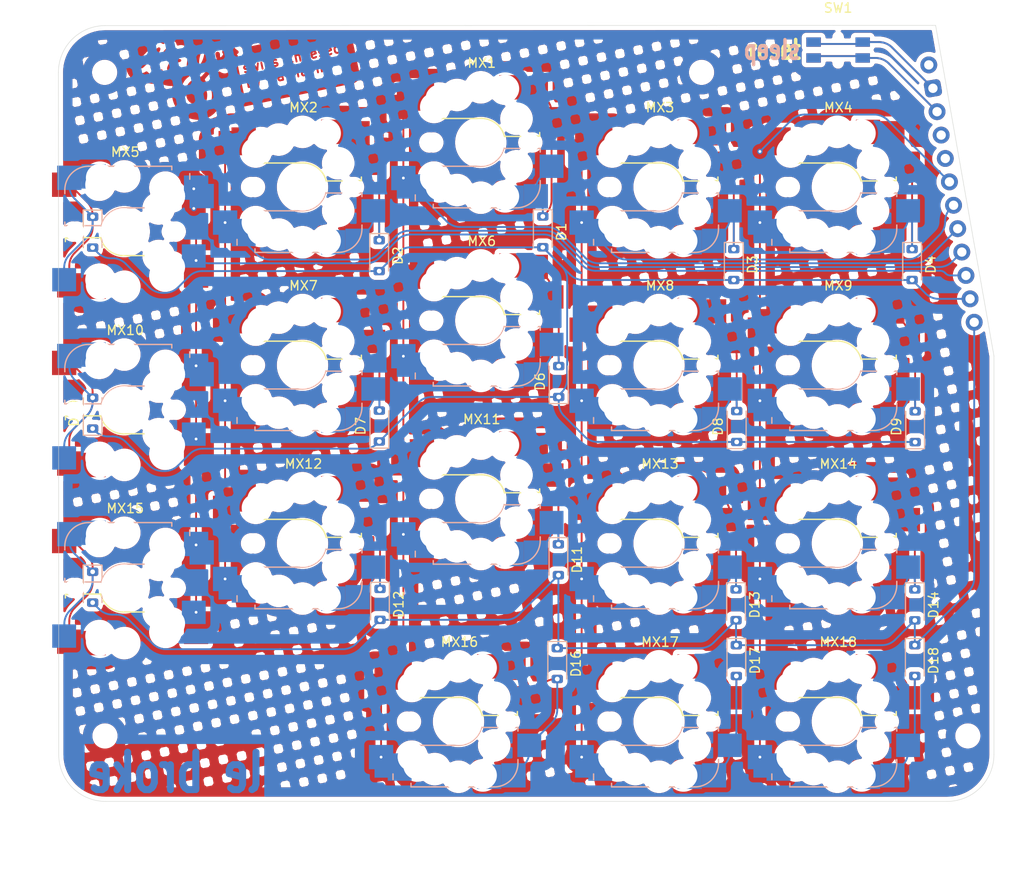
<source format=kicad_pcb>
(kicad_pcb (version 20241229) (generator "pcbnew") (generator_version "9.0")
  (layers (0 "F.Cu" signal) (2 "B.Cu" signal) (13 "F.Paste" user) (15 "B.Paste" user) (5 "F.SilkS" user "F.Silkscreen") (7 "B.SilkS" user "B.Silkscreen") (1 "F.Mask" user) (3 "B.Mask" user) (25 "Edge.Cuts" user))
  (net 0 "")
  (net 1 "Net-(D1-K)")
  (net 2 "ROW0")
  (net 3 "Net-(D2-K)")
  (net 4 "Net-(D3-K)")
  (net 5 "Net-(D4-K)")
  (net 6 "Net-(D5-K)")
  (net 7 "Net-(D10-A)")
  (net 8 "Net-(D6-A)")
  (net 9 "Net-(D7-A)")
  (net 10 "Net-(D8-A)")
  (net 11 "Net-(D9-A)")
  (net 12 "ROW1")
  (net 13 "Net-(D11-K)")
  (net 14 "Net-(D12-K)")
  (net 15 "Net-(D13-K)")
  (net 16 "Net-(D14-K)")
  (net 17 "Net-(D15-K)")
  (net 18 "Net-(D17-A)")
  (net 19 "Net-(D18-A)")
  (net 20 "COL2")
  (net 21 "COL1")
  (net 22 "COL3")
  (net 23 "COL4")
  (net 24 "Net-(D16-A)")
  (net 25 "COL0")
  (net 26 "RST")
  (net 27 "GND")
  (footprint "zackforbing:D_SOD-123" (layer "F.Cu") (at 165.342052 76.601015 -90)
    (property "Reference" "D3")
    (property "Value" "D_Small")
  )
  (footprint "zackforbing:D_SOD-123" (layer "F.Cu") (at 184.685682 118.94248 -90)
    (property "Reference" "D18")
    (property "Value" "D_Small")
  )
  (footprint "fingerpunch:gateron-ks27-choc-v1-mx-hotswap-reversible" (layer "F.Cu") (at 157.358414 87.36198)
    (property "Reference" "MX8")
    (property "Value" "MX_SW_solder")
  )
  (footprint "fingerpunch:gateron-ks27-choc-v1-mx-hotswap-reversible" (layer "F.Cu") (at 119.258415 106.411978)
    (property "Reference" "MX12")
    (property "Value" "MX_SW_solder")
  )
  (footprint "fingerpunch:gateron-ks27-choc-v1-mx-hotswap-reversible" (layer "F.Cu") (at 138.308417 63.54948)
    (property "Reference" "MX1")
    (property "Value" "MX_SW_solder")
  )
  (footprint "zackforbing:D_SOD-123" (layer "F.Cu") (at 165.61646 118.94248 -90)
    (property "Reference" "D17")
    (property "Value" "D_Small")
  )
  (footprint "MountingHole:MountingHole_2.2mm_M2" (layer "F.Cu") (at 98.112701 56.050346)
    (property "Reference" "REF**" (hide yes))
    (property "Value" "MountingHole_2.2mm_M2" (hide yes))
  )
  (footprint "fingerpunch:gateron-ks27-choc-v1-mx-hotswap-reversible" (layer "F.Cu") (at 119.258417 87.36198)
    (property "Reference" "MX7")
    (property "Value" "MX_SW_solder")
  )
  (footprint "MountingHole:MountingHole_2.2mm_M2" (layer "F.Cu") (at 190.35049 126.99679)
    (property "Reference" "REF**" (hide yes))
    (property "Value" "MountingHole_2.2mm_M2" (hide yes))
  )
  (footprint "zackforbing:D_SOD-123" (layer "F.Cu") (at 96.831059 92.49084 90)
    (property "Reference" "D10")
    (property "Value" "D_Small")
  )
  (footprint "fingerpunch:gateron-ks27-choc-v1-mx-hotswap-reversible" (layer "F.Cu") (at 138.308416 82.599482)
    (property "Reference" "MX6")
    (property "Value" "MX_SW_solder")
  )
  (footprint "fingerpunch:gateron-ks27-choc-v1-mx-hotswap-reversible" (layer "F.Cu") (at 138.308416 101.649479)
    (property "Reference" "MX11")
    (property "Value" "MX_SW_solder")
  )
  (footprint "zackforbing:D_SOD-123" (layer "F.Cu") (at 127.538475 112.933653 -90)
    (property "Reference" "D12")
    (property "Value" "D_Small")
  )
  (footprint "fingerpunch:gateron-ks27-choc-v1-mx-hotswap-reversible" (layer "F.Cu") (at 176.408416 125.461979)
    (property "Reference" "MX18")
    (property "Value" "MX_SW_solder")
  )
  (footprint "fingerpunch:gateron-ks27-choc-v1-mx-hotswap-reversible edge preferred" (layer "F.Cu") (at 100.208417 92.12448 180)
    (property "Reference" "MX10")
    (property "Value" "MX_SW_solder")
  )
  (footprint "fingerpunch:gateron-ks27-choc-v1-mx-hotswap-reversible" (layer "F.Cu") (at 119.258417 68.311977)
    (property "Reference" "MX2")
    (property "Value" "MX_SW_solder")
  )
  (footprint "zackforbing:D_SOD-123" (layer "F.Cu") (at 146.635957 89.108159 90)
    (property "Reference" "D6")
    (property "Value" "D_Small")
  )
  (footprint "fingerpunch:gateron-ks27-choc-v1-mx-hotswap-reversible" (layer "F.Cu") (at 176.408417 87.361978)
    (property "Reference" "MX9")
    (property "Value" "MX_SW_solder")
  )
  (footprint "zackforbing:D_SOD-123" (layer "F.Cu") (at 184.690048 112.986474 -90)
    (property "Reference" "D14")
    (property "Value" "D_Small")
  )
  (footprint "zackforbing:D_SOD-123" (layer "F.Cu") (at 96.831059 111.096491 -90)
    (property "Reference" "D15")
    (property "Value" "D_Small")
  )
  (footprint "zackforbing:D_SOD-123" (layer "F.Cu") (at 146.477617 119.260899 -90)
    (property "Reference" "D16")
    (property "Value" "D_Small")
  )
  (footprint "fingerpunch:gateron-ks27-choc-v1-mx-hotswap-reversible" (layer "F.Cu") (at 157.358417 68.31198)
    (property "Reference" "MX3")
    (property "Value" "MX_SW_solder")
  )
  (footprint "zackforbing:D_SOD-123" (layer "F.Cu") (at 184.72049 93.934964 90)
    (property "Reference" "D9")
    (property "Value" "D_Small")
  )
  (footprint "zackforbing:D_SOD-123" (layer "F.Cu") (at 146.600299 108.15839 -90)
    (property "Reference" "D11")
    (property "Value" "D_Small")
  )
  (footprint "fingerpunch:gateron-ks27-choc-v1-mx-hotswap-reversible" (layer "F.Cu") (at 135.927165 125.46198)
    (property "Reference" "MX16")
    (property "Value" "MX_SW_solder")
  )
  (footprint "fingerpunch:gateron-ks27-choc-v1-mx-hotswap-reversible edge preferred" (layer "F.Cu") (at 100.208415 73.07448 180)
    (property "Reference" "MX5")
    (property "Value" "MX_SW_solder")
  )
  (footprint "fingerpunch:gateron-ks27-choc-v1-mx-hotswap-reversible edge preferred" (layer "F.Cu") (at 100.208417 111.174481 180)
    (property "Reference" "MX15")
    (property "Value" "MX_SW_solder")
  )
  (footprint "zackforbing:D_SOD-123" (layer "F.Cu") (at 184.396031 76.598416 -90)
    (property "Reference" "D4")
    (property "Value" "D_Small")
  )
  (footprint "MountingHole:MountingHole_2.2mm_M2" (layer "F.Cu") (at 98.148458 126.996791)
    (property "Reference" "REF**" (hide yes))
    (property "Value" "MountingHole_2.2mm_M2" (hide yes))
  )
  (footprint "zackforbing:D_SOD-123" (layer "F.Cu") (at 165.58085 112.977322 -90)
    (property "Reference" "D13")
    (property "Value" "D_Small")
  )
  (footprint "fingerpunch:gateron-ks27-choc-v1-mx-hotswap-reversible" (layer "F.Cu") (at 176.408416 106.411979)
    (property "Reference" "MX14")
    (property "Value" "MX_SW_solder")
  )
  (footprint "zackforbing:D_SOD-123" (layer "F.Cu") (at 96.831059 73.136456 -90)
    (property "Reference" "D5")
    (property "Value" "D_Small")
  )
  (footprint "zackforbing:D_SOD-123" (layer "F.Cu") (at 165.653208 93.917619 90)
    (property "Reference" "D8")
    (property "Value" "D_Small")
  )
  (footprint "fingerpunch:gateron-ks27-choc-v1-mx-hotswap-reversible" (layer "F.Cu") (at 176.408417 68.311979)
    (property "Reference" "MX4")
    (property "Value" "MX_SW_solder")
  )
  (footprint "zackforbing:D_SOD-123" (layer "F.Cu") (at 144.934984 73.102541 -90)
    (property "Reference" "D1")
    (property "Value" "D_Small")
  )
  (footprint "zackforbing:Panasonic_EVQPUL_EVQPUC PTH" (layer "F.Cu") (at 176.492184 53.661377)
    (property "Reference" "SW1")
    (property "Value" "SW_Push")
  )
  (footprint "MountingHole:MountingHole_2.2mm_M2" (layer "F.Cu") (at 161.90049 56.050346)
    (property "Reference" "REF**" (hide yes))
    (property "Value" "MountingHole_2.2mm_M2" (hide yes))
  )
  (footprint "zackforbing:D_SOD-123" (layer "F.Cu") (at 127.448652 75.646797 -90)
    (property "Reference" "D2")
    (property "Value" "D_Small")
  )
  (footprint "fingerpunch:gateron-ks27-choc-v1-mx-hotswap-reversible" (layer "F.Cu") (at 157.358417 106.411979)
    (property "Reference" "MX13")
    (property "Value" "MX_SW_solder")
  )
  (footprint "zackforbing:D_SOD-123" (layer "F.Cu") (at 127.471063 93.866235 90)
    (property "Reference" "D7")
    (property "Value" "D_Small")
  )
  (footprint "fingerpunch:gateron-ks27-choc-v1-mx-hotswap-reversible" (layer "F.Cu") (at 157.358418 125.461981)
    (property "Reference" "MX17")
    (property "Value" "MX_SW_solder")
  )
  (footprint "marbastlib-xp-promicroish:ProMicro_Reversible_Single" (layer "B.Cu") (at 196.11049 67.686444 -170)
    (property "Reference" "U1" (hide yes))
    (property "Value" "ProMicro" (hide yes))
  )
  (gr_poly (pts (xy 106.309829 53.637291) (xy 106.331683 53.640079) (xy 106.342254 53.642012) (xy 106.352582 53.644301) (xy 106.362665 53.646946) (xy 106.372499 53.649945) (xy 106.382081 53.653295) (xy 106.391408 53.656996) (xy 106.400477 53.661046) (xy 106.409284 53.665443) (xy 106.417826 53.670186) (xy 106.426101 53.675273) (xy 106.434103 53.680702) (xy 106.441832 53.686471) (xy 106.449282 53.69258) (xy 106.456452 53.699026) (xy 106.480352 53.725833) (xy 106.490355 53.738919) (xy 106.499033 53.751831) (xy 106.506368 53.764598) (xy 106.51234 53.777248) (xy 106.516929 53.78981) (xy 106.520117 53.80231) (xy 106.521884 53.814779) (xy 106.52221 53.827243) (xy 106.521077 53.839732) (xy 106.518464 53.852273) (xy 106.514352 53.864895) (xy 106.508723 53.877626) (xy 106.501556 53.890494) (xy 106.492832 53.903527) (xy 106.482532 53.916755) (xy 106.470637 53.930204) (xy 106.441982 53.957883) (xy 106.406713 53.986788) (xy 106.364675 54.017147) (xy 106.315711 54.049185) (xy 106.259668 54.083129) (xy 106.19639 54.119205) (xy 106.125723 54.157638) (xy 105.965612 54.24225) (xy 105.900833 54.276856) (xy 105.845292 54.307017) (xy 105.820763 54.320593) (xy 105.798277 54.333252) (xy 105.777745 54.345058) (xy 105.759078 54.356076) (xy 105.742188 54.36637) (xy 105.726985 54.376005) (xy 105.713381 54.385047) (xy 105.701287 54.393558) (xy 105.690614 54.401605) (xy 105.681273 54.409251) (xy 105.673176 54.416561) (xy 105.666233 54.423599) (xy 105.660356 54.430431) (xy 105.655456 54.437121) (xy 105.651445 54.443734) (xy 105.648232 54.450333) (xy 105.645731 54.456984) (xy 105.643851 54.463752) (xy 105.642504 54.4707) (xy 105.641601 54.477894) (xy 105.641053 54.485398) (xy 105.640772 54.493276) (xy 105.640653 54.510416) (xy 105.64116 54.523714) (xy 105.642849 54.535565) (xy 105.645973 54.546072) (xy 105.650782 54.55534) (xy 105.657529 54.56347) (xy 105.666466 54.570567) (xy 105.677844 54.576734) (xy 105.691916 54.582074) (xy 105.708934 54.58669) (xy 105.729149 54.590686) (xy 105.752814 54.594166) (xy 105.78018 54.597232) (xy 105.847023 54.602537) (xy 105.931695 54.607429) (xy 105.972232 54.609245) (xy 106.009597 54.611409) (xy 106.043926 54.61396) (xy 106.075355 54.616938) (xy 106.10402 54.620381) (xy 106.130055 54.624328) (xy 106.142129 54.626502) (xy 106.153597 54.628817) (xy 106.164475 54.631277) (xy 106.174781 54.633888) (xy 106.184531 54.636653) (xy 106.193743 54.639579) (xy 106.202433 54.642669) (xy 106.210619 54.645929) (xy 106.218316 54.649363) (xy 106.225543 54.652976) (xy 106.232317 54.656773) (xy 106.238653 54.66076) (xy 106.24457 54.66494) (xy 106.250083 54.669318) (xy 106.255211 54.673901) (xy 106.25997 54.678691) (xy 106.264376 54.683695) (xy 106.268448 54.688917) (xy 106.272201 54.694361) (xy 106.275653 54.700034) (xy 106.281805 54.710367) (xy 106.287038 54.720687) (xy 106.291366 54.730981) (xy 106.294799 54.741237) (xy 106.297351 54.751441) (xy 106.299034 54.76158) (xy 106.299858 54.771642) (xy 106.299838 54.781613) (xy 106.298984 54.791481) (xy 106.297309 54.801233) (xy 106.294825 54.810856) (xy 106.291544 54.820336) (xy 106.287478 54.829662) (xy 106.282639 54.838819) (xy 106.27704 54.847796) (xy 106.270692 54.856579) (xy 106.263608 54.865155) (xy 106.2558 54.873511) (xy 106.247279 54.881635) (xy 106.238059 54.889514) (xy 106.22815 54.897134) (xy 106.217566 54.904483) (xy 106.206318 54.911547) (xy 106.194418 54.918315) (xy 106.181879 54.924772) (xy 106.168712 54.930907) (xy 106.15493 54.936705) (xy 106.140545 54.942155) (xy 106.110014 54.951956) (xy 106.077216 54.960207) (xy 105.898622 54.996587) (xy 105.680341 55.039583) (xy 105.639708 55.04754) (xy 105.603533 55.055077) (xy 105.571414 55.062498) (xy 105.542951 55.070106) (xy 105.517743 55.078205) (xy 105.506235 55.082534) (xy 105.495391 55.087099) (xy 105.48516 55.091938) (xy 105.475493 55.097091) (xy 105.46634 55.102593) (xy 105.45765 55.108484) (xy 105.449373 55.114801) (xy 105.44146 55.121583) (xy 105.43386 55.128867) (xy 105.426524 55.136691) (xy 105.4194 55.145093) (xy 105.41244 55.154111) (xy 105.405592 55.163783) (xy 105.398808 55.174148) (xy 105.385228 55.197104) (xy 105.371299 55.223283) (xy 105.35662 55.25299) (xy 105.340792 55.286527) (xy 105.321431 55.326257) (xy 105.303309 55.365419) (xy 105.286842 55.403031) (xy 105.272441 55.438111) (xy 105.260521 55.469677) (xy 105.255621 55.483835) (xy 105.251495 55.496746) (xy 105.248197 55.508289) (xy 105.245776 55.518339) (xy 105.244286 55.526774) (xy 105.243778 55.533471) (xy 105.244381 55.53895) (xy 105.246167 55.543815) (xy 105.249109 55.548073) (xy 105.253175 55.55173) (xy 105.258336 55.554793) (xy 105.264562 55.557268) (xy 105.28009 55.560481) (xy 105.299519 55.561419) (xy 105.322611 55.560136) (xy 105.349126 55.556682) (xy 105.378826 55.55111) (xy 105.411472 55.543471) (xy 105.446824 55.533816) (xy 105.484643 55.522197) (xy 105.524692 55.508667) (xy 105.566729 55.493276) (xy 105.610517 55.476076) (xy 105.655817 55.457119) (xy 105.702389 55.436457) (xy 105.743963 55.418741) (xy 105.785278 55.402213) (xy 105.82525 55.387236) (xy 105.862793 55.37417) (xy 105.896822 55.363378) (xy 105.91218 55.358948) (xy 105.926252 55.355222) (xy 105.938903 55.352245) (xy 105.949997 55.350063) (xy 105.959399 55.348721) (xy 105.966973 55.348263) (xy 105.974024 55.348633) (xy 105.98111 55.349726) (xy 105.988213 55.351515) (xy 105.995317 55.353973) (xy 106.002405 55.357074) (xy 106.009461 55.360791) (xy 106.016465 55.365098) (xy 106.023403 55.369967) (xy 106.03701 55.381288) (xy 106.050146 55.394539) (xy 106.062674 55.409509) (xy 106.07446 55.425984) (xy 106.085367 55.443751) (xy 106.095259 55.462597) (xy 106.104002 55.482309) (xy 106.11146 55.502672) (xy 106.117496 55.523475) (xy 106.121976 55.544504) (xy 106.124763 55.565546) (xy 106.125723 55.586388) (xy 106.124587 55.597413) (xy 106.121236 55.608961) (xy 106.115756 55.620985) (xy 106.10823 55.633439) (xy 106.087382 55.659455) (xy 106.05937 55.68664) (xy 106.024873 55.714626) (xy 105.984568 55.743045) (xy 105.939135 55.771528) (xy 105.889251 55.799708) (xy 105.835595 55.827216) (xy 105.778845 55.853684) (xy 105.719678 55.878744) (xy 105.658775 55.902027) (xy 105.596811 55.923166) (xy 105.534467 55.941792) (xy 105.47242 55.957538) (xy 105.411348 55.970034) (xy 105.341242 55.981751) (xy 105.308144 55.986462) (xy 105.276317 55.990394) (xy 105.245737 55.993538) (xy 105.216379 55.995885) (xy 105.188219 55.997424) (xy 105.161234 55.998146) (xy 105.135398 55.998041) (xy 105.110688 55.997099) (xy 105.087079 55.995311) (xy 105.064547 55.992668) (xy 105.043068 55.989159) (xy 105.022618 55.984774) (xy 105.003173 55.979505) (xy 104.984707 55.973341) (xy 104.967198 55.966273) (xy 104.95062 55.95829) (xy 104.93495 55.949384) (xy 104.920163 55.939545) (xy 104.906236 55.928762) (xy 104.893143 55.917027) (xy 104.880861 55.904329) (xy 104.869365 55.890659) (xy 104.858632 55.876007) (xy 104.848637 55.860363) (xy 104.839355 55.843719) (xy 104.830763 55.826063) (xy 104.822836 55.807387) (xy 104.815551 55.787681) (xy 104.808882 55.766934) (xy 104.802806 55.745138) (xy 104.795952 55.717354) (xy 104.790352 55.691541) (xy 104.786121 55.667187) (xy 104.783376 55.643783) (xy 104.782232 55.620818) (xy 104.782807 55.597783) (xy 104.785217 55.574165) (xy 104.789577 55.549456) (xy 104.796004 55.523146) (xy 104.804615 55.494722) (xy 104.815525 55.463677) (xy 104.828851 55.429498) (xy 104.844709 55.391676) (xy 104.863216 55.349701) (xy 104.90864 55.251249) (xy 104.93993 55.183983) (xy 104.970445 55.115788) (xy 104.999409 55.048626) (xy 105.026048 54.984461) (xy 105.049587 54.925257) (xy 105.06925 54.872978) (xy 105.084262 54.829587) (xy 105.089782 54.811838) (xy 105.093848 54.797048) (xy 105.100841 54.76885) (xy 105.108455 54.740961) (xy 105.116482 54.714107) (xy 105.124716 54.689009) (xy 105.128846 54.677346) (xy 105.13295 54.666392) (xy 105.137002 54.65624) (xy 105.140977 54.646979) (xy 105.144848 54.6387) (xy 105.14859 54.631494) (xy 105.152178 54.62545) (xy 105.155584 54.620659) (xy 105.163172 54.607567) (xy 105.172465 54.588688) (xy 105.183102 54.564848) (xy 105.19472 54.536874) (xy 105.206959 54.505592) (xy 105.219456 54.47183) (xy 105.23185 54.436415) (xy 105.243778 54.400173) (xy 105.250069 54.381593) (xy 105.257309 54.362328) (xy 105.265415 54.342521) (xy 105.274302 54.322314) (xy 105.283887 54.301848) (xy 105.294085 54.281265) (xy 105.304814 54.260709) (xy 105.315988 54.24032) (xy 105.327523 54.220242) (xy 105.339337 54.200616) (xy 105.351344 54.181584) (xy 105.363461 54.163288) (xy 105.375604 54.145871) (xy 105.387689 54.129474) (xy 105.399631 54.11424) (xy 105.411348 54.100311) (xy 105.436176 54.076419) (xy 105.467141 54.049729) (xy 105.503455 54.020752) (xy 105.544329 53.989999) (xy 105.636605 53.925206) (xy 105.737667 53.85943) (xy 105.84121 53.796755) (xy 105.891941 53.767856) (xy 105.940928 53.741263) (xy 105.987383 53.717487) (xy 106.030518 53.697037) (xy 106.069544 53.680424) (xy 106.103674 53.668158) (xy 106.132247 53.65901) (xy 106.16007 53.651398) (xy 106.187119 53.645311) (xy 106.213366 53.640736) (xy 106.238786 53.637659) (xy 106.263354 53.636067) (xy 106.287044 53.635949)) (stroke (width -0.000001)) (fill yes) (layer "F.Cu"))
  (gr_poly (pts (xy 109.022666 53.631782) (xy 109.054214 53.64152) (xy 109.082331 53.657394) (xy 109.107074 53.679114) (xy 109.128497 53.70639) (xy 109.146654 53.73893) (xy 109.161601 53.776443) (xy 109.173392 53.818641) (xy 109.187728 53.915921) (xy 109.190101 54.028447) (xy 109.18095 54.153891) (xy 109.160714 54.28993) (xy 109.129833 54.434236) (xy 109.088746 54.584485) (xy 109.037892 54.738352) (xy 108.977711 54.89351) (xy 108.908641 55.047635) (xy 108.831122 55.198401) (xy 108.745593 55.343483) (xy 108.652494 55.480554) (xy 108.622254 55.520588) (xy 108.594134 55.556493) (xy 108.56777 55.588484) (xy 108.542802 55.616774) (xy 108.518867 55.641575) (xy 108.495604 55.663102) (xy 108.484111 55.672703) (xy 108.472651 55.681566) (xy 108.461178 55.689717) (xy 108.449646 55.697182) (xy 108.438012 55.703989) (xy 108.426228 55.710163) (xy 108.414251 55.715731) (xy 108.402035 55.720721) (xy 108.389535 55.725158) (xy 108.376705 55.72907) (xy 108.363501 55.732483) (xy 108.349876 55.735423) (xy 108.321187 55.739993) (xy 108.290276 55.742993) (xy 108.256781 55.744637) (xy 108.220341 55.745138) (xy 108.200717 55.744803) (xy 108.181535 55.743798) (xy 108.162797 55.742126) (xy 108.144506 55.73979) (xy 108.126663 55.736791) (xy 108.109272 55.733133) (xy 108.092335 55.728818) (xy 108.075853 55.723847) (xy 108.059831 55.718225) (xy 108.044269 55.711952) (xy 108.029171 55.705032) (xy 108.014539 55.697467) (xy 108.000376 55.689258) (xy 107.986683 55.68041) (xy 107.973463 55.670924) (xy 107.960718 55.660802) (xy 107.948452 55.650047) (xy 107.936666 55.638662) (xy 107.925363 55.626648) (xy 107.914546 55.614009) (xy 107.904216 55.600746) (xy 107.894376 55.586863) (xy 107.885028 55.572361) (xy 107.876176 55.557242) (xy 107.867821 55.541511) (xy 107.859966 55.525167) (xy 107.852613 55.508216) (xy 107.845764 55.490657) (xy 107.839423 55.472495) (xy 107.833591 55.453731) (xy 107.823466 55.414409) (xy 107.809686 55.357427) (xy 107.795905 55.302512) (xy 107.774959 55.220381) (xy 107.773462 55.21746) (xy 107.771455 55.215308) (xy 107.768946 55.213918) (xy 107.765942 55.213284) (xy 107.76245 55.213399) (xy 107.758478 55.214257) (xy 107.749121 55.218176) (xy 107.73793 55.224989) (xy 107.724962 55.234644) (xy 107.710276 55.247089) (xy 107.69393 55.262273) (xy 107.675983 55.280145) (xy 107.656491 55.300652) (xy 107.635513 55.323743) (xy 107.613109 55.349365) (xy 107.564249 55.408001) (xy 107.510376 55.476145) (xy 107.463691 55.534728) (xy 107.420907 55.586586) (xy 107.381585 55.63192) (xy 107.363086 55.652204) (xy 107.345287 55.670931) (xy 107.328134 55.688127) (xy 107.311572 55.703817) (xy 107.295547 55.718027) (xy 107.280002 55.730781) (xy 107.264884 55.742103) (xy 107.250137 55.752021) (xy 107.235707 55.760557) (xy 107.221539 55.767738) (xy 107.207577 55.773588) (xy 107.193767 55.778132) (xy 107.180054 55.781396) (xy 107.166383 55.783404) (xy 107.152699 55.784182) (xy 107.138947 55.783754) (xy 107.125072 55.782146) (xy 107.11102 55.779382) (xy 107.096735 55.775488) (xy 107.082163 55.770488) (xy 107.067249 55.764409) (xy 107.051937 55.757273) (xy 107.036173 55.749108) (xy 107.019902 55.739937) (xy 106.985619 55.71868) (xy 106.96153 55.701051) (xy 106.940497 55.680792) (xy 106.922473 55.65724) (xy 106.907415 55.629727) (xy 106.895277 55.59759) (xy 106.886012 55.560162) (xy 106.879578 55.516779) (xy 106.875927 55.466774) (xy 106.875015 55.409483) (xy 106.876797 55.344241) (xy 106.881227 55.270381) (xy 106.88826 55.187239) (xy 106.909956 54.990447) (xy 106.941521 54.748541) (xy 106.955354 54.648926) (xy 106.967015 54.550241) (xy 106.976403 54.45507) (xy 106.983414 54.365997) (xy 106.987944 54.285606) (xy 106.989891 54.21648) (xy 106.989863 54.186949) (xy 106.98915 54.161204) (xy 106.98774 54.139566) (xy 106.985619 54.12236) (xy 106.982925 54.104966) (xy 106.981429 54.087541) (xy 106.981089 54.070132) (xy 106.981864 54.052786) (xy 106.98371 54.03555) (xy 106.986588 54.018471) (xy 106.990453 54.001595) (xy 106.995265 53.98497) (xy 107.000981 53.968641) (xy 107.00756 53.952657) (xy 107.014958 53.937063) (xy 107.023136 53.921907) (xy 107.032049 53.907236) (xy 107.041657 53.893095) (xy 107.051918 53.879533) (xy 107.062789 53.866596) (xy 107.074228 53.854331) (xy 107.086194 53.842784) (xy 107.098644 53.832003) (xy 107.111537 53.822034) (xy 107.12483 53.812924) (xy 107.138482 53.80472) (xy 107.15245 53.797469) (xy 107.166693 53.791218) (xy 107.181168 53.786012) (xy 107.195834 53.781901) (xy 107.210648 53.778929) (xy 107.225569 53.777144) (xy 107.240555 53.776593) (xy 107.255563 53.777323) (xy 107.270552 53.77938) (xy 107.28548 53.782811) (xy 107.328183 53.796484) (xy 107.365414 53.810338) (xy 107.397285 53.825793) (xy 107.423904 53.844272) (xy 107.445381 53.867195) (xy 107.461826 53.895983) (xy 107.473348 53.932057) (xy 107.480059 53.976839) (xy 107.482067 54.03175) (xy 107.479482 54.09821) (xy 107.472414 54.177641) (xy 107.460973 54.271464) (xy 107.425411 54.50797) (xy 107.373674 54.819096) (xy 107.369858 54.843295) (xy 107.366706 54.864684) (xy 107.364266 54.883346) (xy 107.362581 54.899367) (xy 107.362036 54.906413) (xy 107.361697 54.91283) (xy 107.36157 54.918628) (xy 107.361659 54.923819) (xy 107.361972 54.928411) (xy 107.362513 54.932417) (xy 107.363289 54.935847) (xy 107.364304 54.93871) (xy 107.365564 54.941018) (xy 107.366288 54.941967) (xy 107.367076 54.942781) (xy 107.367928 54.943461) (xy 107.368844 54.944009) (xy 107.369827 54.944426) (xy 107.370875 54.944713) (xy 107.373174 54.944904) (xy 107.375747 54.944591) (xy 107.378599 54.943786) (xy 107.381736 54.942499) (xy 107.385164 54.940741) (xy 107.388888 54.938521) (xy 107.392914 54.935851) (xy 107.397247 54.932741) (xy 107.401894 54.929201) (xy 107.40686 54.925243) (xy 107.417771 54.91611) (xy 107.425563 54.908687) (xy 107.434006 54.89972) (xy 107.443031 54.889319) (xy 107.452567 54.877594) (xy 107.472884 54.85061) (xy 107.49439 54.819647) (xy 107.516516 54.785584) (xy 107.538694 54.749299) (xy 107.560355 54.711669) (xy 107.580931 54.673575) (xy 107.656607 54.524042) (xy 107.72373 54.392189) (xy 107.78305 54.276884) (xy 107.835317 54.176999) (xy 107.881279 54.091403) (xy 107.90213 54.053609) (xy 107.921685 54.018964) (xy 107.94004 53.987326) (xy 107.957286 53.958553) (xy 107.973519 53.932505) (xy 107.98883 53.90904) (xy 108.003315 53.888016) (xy 108.017067 53.869293) (xy 108.03018 53.852729) (xy 108.042746 53.838183) (xy 108.054861 53.825513) (xy 108.066616 53.814578) (xy 108.078108 53.805238) (xy 108.089427 53.79735) (xy 108.10067 53.790773) (xy 108.111928 53.785366) (xy 108.123296 53.780988) (xy 108.134868 53.777497) (xy 108.146737 53.774753) (xy 108.158997 53.772613) (xy 108.171741 53.770936) (xy 108.185063 53.769582) (xy 108.203653 53.767941) (xy 108.22139 53.767153) (xy 108.238273 53.767218) (xy 108.254301 53.768135) (xy 108.269473 53.769905) (xy 108.283788 53.772528) (xy 108.297245 53.776003) (xy 108.309844 53.780331) (xy 108.321585 53.785511) (xy 108.332465 53.791545) (xy 108.342484 53.798431) (xy 108.351642 53.806169) (xy 108.359938 53.81476) (xy 108.36737 53.824204) (xy 108.373939 53.834501) (xy 108.379642 53.84565) (xy 108.38448 53.857652) (xy 108.388452 53.870506) (xy 108.391556 53.884213) (xy 108.393793 53.898773) (xy 108.395161 53.914186) (xy 108.395659 53.930451) (xy 108.395286 53.947569) (xy 108.394043 53.965539) (xy 108.388939 54.004038) (xy 108.38034 54.045948) (xy 108.36824 54.091268) (xy 108.352633 54.139999) (xy 108.333269 54.201762) (xy 108.314926 54.26596) (xy 108.297694 54.332031) (xy 108.281664 54.399414) (xy 108.266925 54.467546) (xy 108.253569 54.535866) (xy 108.241686 54.603811) (xy 108.231365 54.670819) (xy 108.222699 54.736329) (xy 108.215776 54.799778) (xy 108.210688 54.860604) (xy 108.207525 54.918246) (xy 108.206378 54.972141) (xy 108.207336 55.021728) (xy 108.21049 55.066444) (xy 108.215932 55.105728) (xy 108.251209 55.282117) (xy 108.339403 55.171874) (xy 108.379865 55.117981) (xy 108.42001 55.056162) (xy 108.459522 54.987379) (xy 108.498085 54.912596) (xy 108.535381 54.832774) (xy 108.571095 54.748877) (xy 108.604909 54.661865) (xy 108.636508 54.572703) (xy 108.665575 54.482352) (xy 108.691794 54.391775) (xy 108.714847 54.301934) (xy 108.734418 54.213793) (xy 108.750191 54.128312) (xy 108.761849 54.046456) (xy 108.769077 53.969185) (xy 108.771556 53.897464) (xy 108.771912 53.883996) (xy 108.77296 53.870127) (xy 108.774666 53.855974) (xy 108.776999 53.841654) (xy 108.779927 53.827281) (xy 108.783416 53.812973) (xy 108.787435 53.798846) (xy 108.791951 53.785016) (xy 108.796932 53.7716) (xy 108.802347 53.758713) (xy 108.808161 53.746472) (xy 108.814344 53.734993) (xy 108.820863 53.724393) (xy 108.827685 53.714788) (xy 108.834779 53.706293) (xy 108.838417 53.702499) (xy 108.842112 53.699026) (xy 108.849124 53.691694) (xy 108.856865 53.6846) (xy 108.86524 53.677778) (xy 108.874151 53.671259) (xy 108.883501 53.665076) (xy 108.893194 53.659262) (xy 108.903132 53.653847) (xy 108.913219 53.648866) (xy 108.923357 53.64435) (xy 108.93345 53.640331) (xy 108.943401 53.636842) (xy 108.953113 53.633914) (xy 108.962489 53.631581) (xy 108.971432 53.629875) (xy 108.979846 53.628828) (xy 108.987633 53.628471)) (stroke (width -0.000001)) (fill yes) (layer "F.Cu"))
  (gr_poly (pts (xy 105.172884 53.10645) (xy 105.181826 53.107081) (xy 105.190862 53.108124) (xy 105.208238 53.110051) (xy 105.224038 53.112585) (xy 105.238339 53.115817) (xy 105.244952 53.117723) (xy 105.25122 53.119837) (xy 105.257151 53.122171) (xy 105.262756 53.124736) (xy 105.268045 53.127543) (xy 105.273027 53.130603) (xy 105.277712 53.133928) (xy 105.282109 53.13753) (xy 105.286229 53.141419) (xy 105.29008 53.145606) (xy 105.293673 53.150104) (xy 105.297018 53.154923) (xy 105.300123 53.160075) (xy 105.302999 53.165571) (xy 105.305656 53.171422) (xy 105.308102 53.177639) (xy 105.310349 53.184235) (xy 105.312405 53.191219) (xy 105.315983 53.206402) (xy 105.318916 53.223276) (xy 105.32128 53.241933) (xy 105.323154 53.262464) (xy 105.325025 53.285631) (xy 105.325513 53.307448) (xy 105.324374 53.328322) (xy 105.321362 53.34866) (xy 105.316231 53.368869) (xy 105.308736 53.389356) (xy 105.298631 53.410527) (xy 105.285671 53.43279) (xy 105.26961 53.456551) (xy 105.250203 53.482218) (xy 105.227205 53.510198) (xy 105.20037 53.540897) (xy 105.169452 53.574722) (xy 105.134207 53.612081) (xy 105.04975 53.699026) (xy 104.987644 53.764966) (xy 104.921662 53.83876) (xy 104.853716 53.917928) (xy 104.785718 53.99999) (xy 104.719581 54.082466) (xy 104.657216 54.162874) (xy 104.600536 54.238735) (xy 104.551452 54.307568) (xy 104.420392 54.496532) (xy 104.27109 54.702238) (xy 104.112176 54.913733) (xy 103.952281 55.12006) (xy 103.800033 55.310263) (xy 103.664064 55.473389) (xy 103.553003 55.59848) (xy 103.50951 55.64334) (xy 103.47548 55.674582) (xy 103.448591 55.696284) (xy 103.422425 55.715079) (xy 103.409581 55.723383) (xy 103.39688 55.730955) (xy 103.384307 55.737794) (xy 103.371851 55.743898) (xy 103.359498 55.749265) (xy 103.347236 55.753895) (xy 103.335051 55.757785) (xy 103.322931 55.760934) (xy 103.310862 55.76334) (xy 103.298832 55.765001) (xy 103.286828 55.765916) (xy 103.274837 55.766084) (xy 103.262846 55.765502) (xy 103.250842 55.76417) (xy 103.238812 55.762085) (xy 103.226744 55.759246) (xy 103.214624 55.755651) (xy 103.202439 55.751298) (xy 103.190176 55.746187) (xy 103.177823 55.740315) (xy 103.165367 55.73368) (xy 103.152795 55.726282) (xy 103.140093 55.718119) (xy 103.127249 55.709188) (xy 103.101084 55.689019) (xy 103.074195 55.665763) (xy 103.054919 55.646828) (xy 103.038435 55.624663) (xy 103.024741 55.599139) (xy 103.013837 55.570127) (xy 103.005724 55.537498) (xy 103.000401 55.501122) (xy 102.997869 55.46087) (xy 102.998127 55.416614) (xy 103.001176 55.368223) (xy 103.007016 55.315569) (xy 103.015646 55.258523) (xy 103.027066 55.196954) (xy 103.041277 55.130735) (xy 103.058279 55.059736) (xy 103.078071 54.983828) (xy 103.100653 54.902881) (xy 103.210896 54.532464) (xy 102.986 54.774999) (xy 102.8425 54.928379) (xy 102.715466 55.063388) (xy 102.603688 55.180982) (xy 102.505961 55.282117) (xy 102.461988 55.326811) (xy 102.421075 55.367749) (xy 102.38307 55.40505) (xy 102.347822 55.438834) (xy 102.315181 55.469221) (xy 102.284996 55.496329) (xy 102.257114 55.520278) (xy 102.231387 55.541188) (xy 102.207661 55.559178) (xy 102.185788 55.574369) (xy 102.165614 55.586878) (xy 102.156118 55.592165) (xy 102.146991 55.596826) (xy 102.138212 55.600877) (xy 102.129765 55.604333) (xy 102.12163 55.607208) (xy 102.113787 55.609517) (xy 102.106219 55.611276) (xy 102.098906 55.612499) (xy 102.091829 55.613201) (xy 102.08497 55.613397) (xy 102.07831 55.613103) (xy 102.071829 55.612332) (xy 102.065509 55.6111) (xy 102.059331 55.609422) (xy 102.053276 55.607313) (xy 102.047326 55.604788) (xy 102.041461 55.601862) (xy 102.035662 55.598549) (xy 102.024189 55.590824) (xy 102.012756 55.581732) (xy 102.001211 55.571394) (xy 101.989403 55.559929) (xy 101.965569 55.533875) (xy 101.947761 55.507555) (xy 101.937149 55.479363) (xy 101.934902 55.447688) (xy 101.942189 55.410924) (xy 101.96018 55.367461) (xy 101.990044 55.31569) (xy 102.032949 55.254005) (xy 102.090066 55.180796) (xy 102.162562 55.094454) (xy 102.358373 54.87594) (xy 102.629734 54.585596) (xy 102.986 54.210554) (xy 103.118304 54.071457) (xy 103.236416 53.947952) (xy 103.341337 53.839201) (xy 103.43407 53.744364) (xy 103.515614 53.662601) (xy 103.586972 53.593073) (xy 103.619143 53.562634) (xy 103.649144 53.534939) (xy 103.677098 53.509883) (xy 103.703132 53.48736) (xy 103.727369 53.467266) (xy 103.749936 53.449496) (xy 103.770958 53.433945) (xy 103.79056 53.420508) (xy 103.808866 53.40908) (xy 103.826002 53.399555) (xy 103.842093 53.39183) (xy 103.857265 53.385799) (xy 103.871642 53.381356) (xy 103.88535 53.378398) (xy 103.898514 53.376819) (xy 103.911258 53.376514) (xy 103.923709 53.377378) (xy 103.935991 53.379307) (xy 103.948229 53.382195) (xy 103.960549 53.385937) (xy 103.987626 53.395994) (xy 104.010968 53.408106) (xy 104.021235 53.414992) (xy 104.030564 53.422465) (xy 104.038953 53.430549) (xy 104.046401 53.439266) (xy 104.052905 53.448643) (xy 104.058465 53.458703) (xy 104.063079 53.469471) (xy 104.066744 53.480969) (xy 104.06946 53.493224) (xy 104.071225 53.506258) (xy 104.072037 53.520097) (xy 104.071895 53.534764) (xy 104.06874 53.566681) (xy 104.061749 53.602202) (xy 104.050908 53.641522) (xy 104.036203 53.684833) (xy 104.017624 53.73233) (xy 103.995155 53.784207) (xy 103.968785 53.840657) (xy 103.938501 53.901874) (xy 103.863845 54.056542) (xy 103.785263 54.231363) (xy 103.707507 54.414246) (xy 103.635332 54.593098) (xy 103.573493 54.755827) (xy 103.526743 54.890341) (xy 103.510512 54.943238) (xy 103.499837 54.984547) (xy 103.495311 55.012756) (xy 103.495539 55.021475) (xy 103.497528 55.026353) (xy 103.499669 55.027263) (xy 103.502767 55.026705) (xy 103.511739 55.021315) (xy 103.524251 55.010434) (xy 103.54011 54.994314) (xy 103.581089 54.947366) (xy 103.633127 54.882486) (xy 103.694674 54.80169) (xy 103.764179 54.706993) (xy 103.840091 54.60041) (xy 103.920862 54.483957) (xy 104.041362 54.310729) (xy 104.158091 54.148198) (xy 104.270995 53.996312) (xy 104.380024 53.85502) (xy 104.485125 53.724271) (xy 104.586247 53.604011) (xy 104.683339 53.49419) (xy 104.776348 53.394756) (xy 104.819906 53.350696) (xy 104.859814 53.310997) (xy 104.89635 53.27547) (xy 104.929792 53.243929) (xy 104.960418 53.216187) (xy 104.988505 53.192055) (xy 105.014332 53.171347) (xy 105.026484 53.162218) (xy 105.038175 53.153875) (xy 105.04944 53.146294) (xy 105.060313 53.139451) (xy 105.070829 53.133325) (xy 105.081023 53.12789) (xy 105.09093 53.123124) (xy 105.100584 53.119003) (xy 105.11002 53.115503) (xy 105.119273 53.112602) (xy 105.128377 53.110276) (xy 105.137367 53.108502) (xy 105.146278 53.107255) (xy 105.155145 53.106513) (xy 105.164002 53.106253)) (stroke (width -0.000001)) (fill yes) (layer "F.Cu"))
  (gr_poly (pts (xy 111.174855 53.152221) (xy 111.219185 53.154801) (xy 111.262429 53.159215) (xy 111.303917 53.165437) (xy 111.342976 53.173443) (xy 111.378934 53.183205) (xy 111.41112 53.194699) (xy 111.438861 53.207898) (xy 111.450856 53.215129) (xy 111.461487 53.222777) (xy 111.476287 53.234565) (xy 111.491003 53.245144) (xy 111.505758 53.254548) (xy 111.520674 53.262809) (xy 111.535874 53.269958) (xy 111.551482 53.276029) (xy 111.567619 53.281054) (xy 111.584408 53.285064) (xy 111.601973 53.288092) (xy 111.620435 53.290171) (xy 111.639918 53.291333) (xy 111.660545 53.29161) (xy 111.682437 53.291034) (xy 111.705718 53.289637) (xy 111.730511 53.287453) (xy 111.756938 53.284513) (xy 111.788924 53.281487) (xy 111.817279 53.279113) (xy 111.842301 53.277527) (xy 111.864287 53.276865) (xy 111.874235 53.276923) (xy 111.883535 53.277262) (xy 111.892224 53.2779) (xy 111.90034 53.278854) (xy 111.90792 53.280141) (xy 111.915001 53.281777) (xy 111.92162 53.28378) (xy 111.927815 53.286166) (xy 111.933622 53.288953) (xy 111.939078 53.292158) (xy 111.944221 53.295796) (xy 111.949088 53.299886) (xy 111.953716 53.304445) (xy 111.958142 53.309489) (xy 111.962404 53.315034) (xy 111.966538 53.3211) (xy 111.970581 53.327701) (xy 111.974571 53.334855) (xy 111.98254 53.350891) (xy 111.990742 53.369343) (xy 111.999473 53.390346) (xy 112.005296 53.404746) (xy 112.01278 53.419767) (xy 112.021826 53.435305) (xy 112.032339 53.451255) (xy 112.044221 53.467516) (xy 112.057376 53.483984) (xy 112.071707 53.500555) (xy 112.087116 53.517126) (xy 112.103507 53.533593) (xy 112.120783 53.549854) (xy 112.138847 53.565805) (xy 112.157603 53.581342) (xy 112.176952 53.596363) (xy 112.196799 53.610763) (xy 112.217047 53.62444) (xy 112.237598 53.637291) (xy 112.258501 53.650532) (xy 112.278216 53.663797) (xy 112.296745 53.677083) (xy 112.314087 53.690388) (xy 112.330245 53.703709) (xy 112.345217 53.717043) (xy 112.359006 53.730389) (xy 112.371612 53.743744) (xy 112.383036 53.757105) (xy 112.393279 53.77047) (xy 112.402341 53.783837) (xy 112.410223 53.797203) (xy 112.416927 53.810566) (xy 112.422452 53.823923) (xy 112.4268 53.837272) (xy 112.429972 53.850611) (xy 112.431968 53.863936) (xy 112.432789 53.877247) (xy 112.432437 53.890539) (xy 112.430911 53.903812) (xy 112.428212 53.917062) (xy 112.424342 53.930286) (xy 112.419302 53.943484) (xy 112.413091 53.956651) (xy 112.405711 53.969786) (xy 112.397163 53.982887) (xy 112.387447 53.99595) (xy 112.376564 54.008973) (xy 112.364516 54.021955) (xy 112.351302 54.034893) (xy 112.336924 54.047783) (xy 112.321383 54.060624) (xy 112.305772 54.073297) (xy 112.291996 54.084903) (xy 112.285788 54.090329) (xy 112.280028 54.095515) (xy 112.274715 54.10047) (xy 112.269844 54.105203) (xy 112.265412 54.109723) (xy 112.261416 54.114039) (xy 112.257853 54.118159) (xy 112.25472 54.122093) (xy 112.252013 54.125849) (xy 112.249729 54.129436) (xy 112.247865 54.132864) (xy 112.246417 54.13614) (xy 112.245383 54.139275) (xy 112.244759 54.142276) (xy 112.244543 54.145153) (xy 112.244729 54.147914) (xy 112.245317 54.150569) (xy 112.246301 54.153126) (xy 112.24768 54.155594) (xy 112.249449 54.157982) (xy 112.251606 54.160299) (xy 112.254148 54.162554) (xy 112.25707 54.164756) (xy 112.26037 54.166914) (xy 112.264045 54.169035) (xy 112.268092 54.171131) (xy 112.272506 54.173208) (xy 112.277286 54.175277) (xy 112.280967 54.176671) (xy 112.284569 54.178368) (xy 112.291522 54.18264) (xy 112.298127 54.188037) (xy 112.304364 54.1945) (xy 112.310213 54.201971) (xy 112.315655 54.210391) (xy 112.320671 54.219702) (xy 112.325241 54.229847) (xy 112.329346 54.240767) (xy 112.332966 54.252404) (xy 112.336083 54.264699) (xy 112.338676 54.277596) (xy 112.340727 54.291035) (xy 112.342216 54.304959) (xy 112.343124 54.319309) (xy 112.343431 54.334027) (xy 112.343102 54.354569) (xy 112.342044 54.373309) (xy 112.340146 54.390409) (xy 112.338848 54.398394) (xy 112.337298 54.406029) (xy 112.335484 54.413335) (xy 112.333392 54.420332) (xy 112.331006 54.427039) (xy 112.328315 54.433478) (xy 112.325305 54.439668) (xy 112.32196 54.445629) (xy 112.318269 54.451383) (xy 112.314216 54.456948) (xy 112.309789 54.462345) (xy 112.304974 54.467594) (xy 112.299756 54.472716) (xy 112.294123 54.47773) (xy 112.28806 54.482657) (xy 112.281554 54.487518) (xy 112.267157 54.497117) (xy 112.250822 54.506692) (xy 112.232439 54.516401) (xy 112.211898 54.526408) (xy 112.189091 54.536874) (xy 112.160016 54.547871) (xy 112.129918 54.557721) (xy 112.098911 54.566441) (xy 112.067109 54.574046) (xy 112.034625 54.580554) (xy 112.001573 54.585979) (xy 111.934223 54.593649) (xy 111.865968 54.597185) (xy 111.797719 54.596715) (xy 111.730388 54.59237) (xy 111.664885 54.584279) (xy 111.602121 54.572569) (xy 111.543006 54.557372) (xy 111.515102 54.548506) (xy 111.488452 54.538816) (xy 111.46317 54.528319) (xy 111.439369 54.51703) (xy 111.417164 54.504966) (xy 111.396668 54.492144) (xy 111.377996 54.478578) (xy 111.36126 54.464286) (xy 111.346576 54.449283) (xy 111.334056 54.433586) (xy 111.323815 54.41721) (xy 111.315966 54.400173) (xy 111.312054 54.391025) (xy 111.307771 54.382598) (xy 111.303132 54.374888) (xy 111.298155 54.367892) (xy 111.292854 54.361606) (xy 111.287247 54.356028) (xy 111.281349 54.351154) (xy 111.275176 54.34698) (xy 111.268745 54.343504) (xy 111.262072 54.340723) (xy 111.255173 54.338633) (xy 111.248063 54.337231) (xy 111.24076 54.336513) (xy 111.23328 54.336477) (xy 111.225637 54.337119) (xy 111.21785 54.338436) (xy 111.209933 54.340425) (xy 111.201903 54.343083) (xy 111.193777 54.346406) (xy 111.185569 54.350391) (xy 111.177297 54.355035) (xy 111.168977 54.360334) (xy 111.160624 54.366286) (xy 111.152255 54.372887) (xy 111.143886 54.380134) (xy 111.135534 54.388024) (xy 111.127213 54.396553) (xy 111.118941 54.405719) (xy 111.110734 54.415517) (xy 111.102607 54.425946) (xy 111.094577 54.437001) (xy 111.08666 54.448679) (xy 111.069048 54.474543) (xy 111.046629 54.50511) (xy 111.020386 54.539294) (xy 110.9913 54.57601) (xy 110.960355 54.614173) (xy 110.92853 54.652698) (xy 110.866174 54.726492) (xy 110.716244 54.889652) (xy 110.830896 55.052811) (xy 110.848292 55.07774) (xy 110.864228 55.099691) (xy 110.878898 55.118786) (xy 110.885818 55.127302) (xy 110.892495 55.135149) (xy 110.898952 55.142345) (xy 110.905214 55.148903) (xy 110.911304 55.154839) (xy 110.917248 55.160169) (xy 110.923069 55.164908) (xy 110.928791 55.169072) (xy 110.934439 55.172675) (xy 110.940037 55.175733) (xy 110.945609 55.178261) (xy 110.95118 55.180275) (xy 110.956773 55.18179) (xy 110.962413 55.182821) (xy 110.968124 55.183384) (xy 110.97393 55.183494) (xy 110.979856 55.183166) (xy 110.985926 55.182416) (xy 110.992163 55.181259) (xy 110.998593 55.17971) (xy 111.005239 55.177786) (xy 111.012125 55.1755) (xy 111.026717 55.169907) (xy 111.042563 55.163054) (xy 111.066433 55.153104) (xy 111.089243 55.145512) (xy 111.110966 55.140185) (xy 111.131576 55.137027) (xy 111.151045 55.135942) (xy 111.169348 55.136835) (xy 111.186457 55.139611) (xy 111.202347 55.144175) (xy 111.216989 55.150432) (xy 111.230359 55.158285) (xy 111.242428 55.16764) (xy 111.253171 55.178402) (xy 111.26256 55.190476) (xy 111.270569 55.203765) (xy 111.277172 55.218175) (xy 111.282342 55.23361) (xy 111.286052 55.249976) (xy 111.288275 55.267176) (xy 111.288985 55.285116) (xy 111.288156 55.303701) (xy 111.285759 55.322834) (xy 111.28177 55.342421) (xy 111.276161 55.362367) (xy 111.268906 55.382576) (xy 111.259978 55.402953) (xy 111.24935 55.423403) (xy 111.236995 55.44383) (xy 111.222888 55.464139) (xy 111.207001 55.484235) (xy 111.189308 55.504022) (xy 111.169782 55.523406) (xy 111.148397 55.542291) (xy 111.134202 55.553752) (xy 111.119794 55.564942) (xy 111.105269 55.575796) (xy 111.090726 55.58625) (xy 111.076259 55.596239) (xy 111.061968 55.605698) (xy 111.047947 55.614562) (xy 111.034295 55.622768) (xy 111.021108 55.63025) (xy 111.008482 55.636945) (xy 110.996516 55.642786) (xy 110.985305 55.647711) (xy 110.974948 55.651653) (xy 110.965539 55.654549) (xy 110.957177 55.656334) (xy 110.953419 55.65679) (xy 110.949959 55.656944) (xy 110.938982 55.656584) (xy 110.927563 55.655516) (xy 110.903493 55.651311) (xy 110.877938 55.644444) (xy 110.851085 55.635033) (xy 110.82312 55.623192) (xy 110.794232 55.609039) (xy 110.764607 55.59269) (xy 110.734434 55.574261) (xy 110.703899 55.553868) (xy 110.673189 55.531628) (xy 110.642492 55.507657) (xy 110.611995 55.48207) (xy 110.581886 55.454985) (xy 110.552352 55.426518) (xy 110.52358 55.396785) (xy 110.495758 55.365902) (xy 110.354647 55.207152) (xy 109.931313 55.617256) (xy 109.726037 55.818424) (xy 109.545876 55.996285) (xy 109.389486 56.15234) (xy 109.255523 56.288085) (xy 109.142645 56.40502) (xy 109.049507 56.504643) (xy 108.974765 56.588454) (xy 108.943874 56.624898) (xy 108.917077 56.65795) (xy 108.806834 56.803471) (xy 108.908258 57.006319) (xy 109.005271 57.213575) (xy 108.886209 57.319409) (xy 108.870444 57.332383) (xy 108.856211 57.344859) (xy 108.843489 57.356858) (xy 108.837688 57.362684) (xy 108.832259 57.368398) (xy 108.827197 57.374002) (xy 108.822502 57.379499) (xy 108.818169 57.384891) (xy 108.814198 57.39018) (xy 108.810585 57.395369) (xy 108.807328 57.40046) (xy 108.804425 57.405456) (xy 108.801873 57.410359) (xy 108.79967 57.415172) (xy 108.797813 57.419897) (xy 108.7963 57.424536) (xy 108.795129 57.429092) (xy 108.794297 57.433567) (xy 108.793802 57.437964) (xy 108.793641 57.442285) (xy 108.793811 57.446533) (xy 108.794312 57.450709) (xy 108.795139 57.454817) (xy 108.796291 57.458859) (xy 108.797765 57.462837) (xy 108.799558 57.466753) (xy 108.801669 57.470611) (xy 108.804095 57.474412) (xy 108.806834 57.478159) (xy 108.814383 57.489406) (xy 108.823611 57.506124) (xy 108.84597 57.553055) (xy 108.871636 57.613112) (xy 108.898336 57.680455) (xy 108.923795 57.749245) (xy 108.94574 57.813642) (xy 108.961898 57.867808) (xy 108.967095 57.889229) (xy 108.969994 57.905902) (xy 108.97138 57.914859) (xy 108.975299 57.931258) (xy 108.989286 57.983072) (xy 109.009061 58.05473) (xy 109.03173 58.139617) (xy 109.044552 58.191645) (xy 109.054933 58.248052) (xy 109.06291 58.308153) (xy 109.068524 58.371265) (xy 109.071812 58.436703) (xy 109.072813 58.503781) (xy 109.071566 58.571815) (xy 109.06811 58.640121) (xy 109.062484 58.708013) (xy 109.054726 58.774807) (xy 109.044875 58.839818) (xy 109.03297 58.902361) (xy 109.01905 58.961753) (xy 109.003153 59.017307) (xy 108.985318 59.068339) (xy 108.965584 59.114166) (xy 108.941473 59.159489) (xy 108.912426 59.204315) (xy 108.878884 59.248353) (xy 108.841285 59.291312) (xy 108.800069 59.332902) (xy 108.755674 59.372832) (xy 108.708541 59.410811) (xy 108.659108 59.446548) (xy 108.607815 59.479754) (xy 108.555101 59.510136) (xy 108.501405 59.537405) (xy 108.447166 59.56127) (xy 108.392824 59.58144) (xy 108.338818 59.597624) (xy 108.285587 59.609533) (xy 108.23357 59.616874) (xy 108.18898 59.619842) (xy 108.141638 59.620569) (xy 108.092203 59.61919) (xy 108.041334 59.615841) (xy 107.98969 59.610657) (xy 107.937929 59.603774) (xy 107.886711 59.595328) (xy 107.836695 59.585455) (xy 107.788539 59.57429) (xy 107.742902 59.561968) (xy 107.700444 59.548626) (xy 107.661822 59.534398) (xy 107.627696 59.519422) (xy 107.598725 59.503832) (xy 107.586378 59.495849) (xy 107.575567 59.487763) (xy 107.566375 59.479593) (xy 107.558882 59.471353) (xy 107.554092 59.466042) (xy 107.548048 59.460079) (xy 107.540841 59.453534) (xy 107.532562 59.446479) (xy 107.513149 59.431123) (xy 107.490532 59.414578) (xy 107.465434 59.397413) (xy 107.43858 59.380196) (xy 107.410692 59.363496) (xy 107.382494 59.347881) (xy 107.298791 59.299349) (xy 107.221366 59.243227) (xy 107.150298 59.179781) (xy 107.085664 59.109274) (xy 107.027541 59.031971) (xy 106.976007 58.948138) (xy 106.931139 58.858039) (xy 106.893014 58.761939) (xy 106.861711 58.660103) (xy 106.837307 58.552796) (xy 106.819879 58.440282) (xy 106.809505 58.322827) (xy 106.806262 58.200695) (xy 106.810229 58.074152) (xy 106.821481 57.943461) (xy 106.840098 57.808888) (xy 106.852292 57.740464) (xy 106.867374 57.674081) (xy 106.885337 57.609714) (xy 106.906174 57.547336) (xy 106.92988 57.486922) (xy 106.956447 57.428446) (xy 106.985869 57.371882) (xy 107.01814 57.317204) (xy 107.053253 57.264386) (xy 107.091202 57.213403) (xy 107.13198 57.164229) (xy 107.175581 57.116837) (xy 107.221999 57.071202) (xy 107.271226 57.027299) (xy 107.323257 56.985101) (xy 107.378084 56.944582) (xy 107.425774 56.912594) (xy 107.472902 56.884422) (xy 107.519422 56.860062) (xy 107.56529 56.839507) (xy 107.610461 56.82275) (xy 107.63277 56.815793) (xy 107.654889 56.809784) (xy 107.67681 56.804721) (xy 107.698528 56.800604) (xy 107.720038 56.797432) (xy 107.741335 56.795203) (xy 107.762411 56.793917) (xy 107.783262 56.793574) (xy 107.803883 56.794172) (xy 107.824267 56.795711) (xy 107.844408 56.79819) (xy 107.864302 56.801607) (xy 107.883942 56.805963) (xy 107.903323 56.811257) (xy 107.922439 56.817487) (xy 107.941285 56.824653) (xy 107.959854 56.832754) (xy 107.978142 56.841789) (xy 107.996142 56.851758) (xy 108.013849 56.862659) (xy 108.031258 56.874492) (xy 108.048362 56.887256) (xy 108.063911 56.899245) (xy 108.079116 56.910411) (xy 108.093943 56.920756) (xy 108.108358 56.930285) (xy 108.122328 56.938999) (xy 108.135818 56.946903) (xy 108.148794 56.954) (xy 108.161223 56.960292) (xy 108.173071 56.965783) (xy 108.184303 56.970476) (xy 108.194886 56.974375) (xy 108.204786 56.977483) (xy 108.213969 56.979802) (xy 108.222402 56.981337) (xy 108.230049 56.98209) (xy 108.236877 56.982065) (xy 108.242853 56.981264) (xy 108.247943 56.979692) (xy 108.252111 56.977351) (xy 108.25384 56.975893) (xy 108.255326 56.974245) (xy 108.256564 56.972405) (xy 108.257552 56.970376) (xy 108.258284 56.968157) (xy 108.258756 56.965748) (xy 108.258903 56.960365) (xy 108.257961 56.954229) (xy 108.255895 56.947343) (xy 108.252671 56.939712) (xy 108.248255 56.931338) (xy 108.242613 56.922224) (xy 108.235712 56.912373) (xy 108.227517 56.90179) (xy 108.217995 56.890477) (xy 108.207111 56.878436) (xy 108.197302 56.867494) (xy 108.18775 56.856215) (xy 108.178509 56.844679) (xy 108.169629 56.832961) (xy 108.161163 56.82114) (xy 108.153161 56.809293) (xy 108.145677 56.797498) (xy 108.138761 56.785832) (xy 108.132465 56.774373) (xy 108.126841 56.763198) (xy 108.12194 56.752384) (xy 108.117815 56.74201) (xy 108.114516 56.732153) (xy 108.112096 56.72289) (xy 108.110606 56.714299) (xy 108.110226 56.710279) (xy 108.110098 56.706457) (xy 108.110556 56.697277) (xy 108.111903 56.68795) (xy 108.114098 56.678511) (xy 108.1171 56.668992) (xy 108.120867 56.659428) (xy 108.125358 56.649852) (xy 108.130533 56.640299) (xy 108.136349 56.630803) (xy 108.142766 56.621397) (xy 108.149743 56.612115) (xy 108.165211 56.594061) (xy 108.182422 56.576911) (xy 108.201048 56.560936) (xy 108.22076 56.546409) (xy 108.241227 56.5336) (xy 108.26212 56.52278) (xy 108.272624 56.518201) (xy 108.28311 56.514221) (xy 108.293539 56.510874) (xy 108.303868 56.508194) (xy 108.314057 56.506215) (xy 108.324064 56.504971) (xy 108.333848 56.504495) (xy 108.343368 56.504822) (xy 108.352583 56.505985) (xy 108.361452 56.508019) (xy 108.366918 56.5094) (xy 108.372576 56.510232) (xy 108.384508 56.510216) (xy 108.397331 56.507913) (xy 108.41113 56.503265) (xy 108.425988 56.496215) (xy 108.44199 56.486703) (xy 108.459218 56.474672) (xy 108.477758 56.460064) (xy 108.497694 56.44282) (xy 108.519108 56.422883) (xy 108.542086 56.400194) (xy 108.566711 56.374694) (xy 108.593067 56.346327) (xy 108.621238 56.315034) (xy 108.683362 56.243436) (xy 108.789178 56.120042) (xy 108.898198 55.997939) (xy 109.010318 55.87718) (xy 109.125436 55.757816) (xy 109.243448 55.639899) (xy 109.364251 55.52348) (xy 109.48774 55.408612) (xy 109.613813 55.295346) (xy 109.784991 55.147224) (xy 109.854816 55.08627) (xy 109.914983 55.033105) (xy 109.966133 54.987021) (xy 109.988527 54.966411) (xy 110.008905 54.947305) (xy 110.027349 54.929614) (xy 110.043939 54.913248) (xy 110.058753 54.89812) (xy 110.071873 54.884139) (xy 110.083378 54.871218) (xy 110.093348 54.859268) (xy 110.101863 54.848199) (xy 110.109002 54.837923) (xy 110.114847 54.828352) (xy 110.119477 54.819395) (xy 110.122971 54.810965) (xy 110.124317 54.80692) (xy 110.12541 54.802973) (xy 110.126258 54.799113) (xy 110.126873 54.795329) (xy 110.127441 54.787946) (xy 110.127194 54.780734) (xy 110.12621 54.773604) (xy 110.124572 54.766467) (xy 110.122357 54.759235) (xy 110.119647 54.751819) (xy 110.116521 54.744131) (xy 110.108529 54.72185) (xy 110.098056 54.689078) (xy 110.071322 54.598059) (xy 110.039627 54.483061) (xy 110.006278 54.356075) (xy 109.993096 54.307433) (xy 109.981646 54.263764) (xy 109.9719 54.224669) (xy 109.963834 54.189746) (xy 109.957422 54.158596) (xy 109.952638 54.130818) (xy 109.950848 54.118068) (xy 109.949456 54.106011) (xy 109.948457 54.094597) (xy 109.947849 54.083775) (xy 109.947629 54.073496) (xy 109.947793 54.06371) (xy 109.948339 54.054366) (xy 109.949262 54.045414) (xy 109.95056 54.036805) (xy 109.952229 54.028488) (xy 109.954266 54.020413) (xy 109.956669 54.012531) (xy 109.959433 54.00479) (xy 109.962556 53.997142) (xy 109.966034 53.989535) (xy 109.969864 53.981921) (xy 109.978567 53.966468) (xy 109.98864 53.950381) (xy 109.997262 53.937578) (xy 110.006564 53.925626) (xy 110.0165 53.914523) (xy 110.027027 53.904268) (xy 110.038099 53.89486) (xy 110.049673 53.886296) (xy 110.061704 53.878575) (xy 110.074147 53.871695) (xy 110.086959 53.865655) (xy 110.100094 53.860453) (xy 110.113509 53.856088) (xy 110.127158 53.852557) (xy 110.140999 53.84986) (xy 110.154985 53.847995) (xy 110.169073 53.846959) (xy 110.183219 53.846752) (xy 110.197377 53.847372) (xy 110.211504 53.848817) (xy 110.225555 53.851086) (xy 110.239486 53.854176) (xy 110.253252 53.858087) (xy 110.266808 53.862817) (xy 110.280112 53.868364) (xy 110.293117 53.874726) (xy 110.30578 53.881903) (xy 110.318056 53.889891) (xy 110.329901 53.898691) (xy 110.341271 53.908299) (xy 110.35212 53.918715) (xy 110.362405 53.929936) (xy 110.372082 53.941962) (xy 110.381105 53.95479) (xy 110.388386 53.96624) (xy 110.395324 53.979001) (xy 110.401888 53.992937) (xy 110.408045 54.007914) (xy 110.413763 54.023795) (xy 110.41901 54.040444) (xy 110.423752 54.057727) (xy 110.427958 54.075507) (xy 110.431596 54.093648) (xy 110.434633 54.112016) (xy 110.437037 54.130474) (xy 110.438776 54.148887) (xy 110.439817 54.167119) (xy 110.440128 54.185035) (xy 110.439677 54.202498) (xy 110.438431 54.219374) (xy 110.436984 54.263817) (xy 110.437036 54.284025) (xy 110.437604 54.302891) (xy 110.438689 54.320418) (xy 110.440291 54.336605) (xy 110.44241 54.351453) (xy 110.445045 54.364963) (xy 110.448198 54.377137) (xy 110.451867 54.387973) (xy 110.456052 54.397475) (xy 110.460755 54.405641) (xy 110.465974 54.412474) (xy 110.47171 54.417974) (xy 110.477963 54.422141) (xy 110.484733 54.424977) (xy 110.492019 54.426482) (xy 110.499823 54.426658) (xy 110.508142 54.425504) (xy 110.516979 54.423022) (xy 110.526333 54.419213) (xy 110.536203 54.414077) (xy 110.54659 54.407615) (xy 110.557494 54.399828) (xy 110.568914 54.390717) (xy 110.580851 54.380282) (xy 110.593305 54.368525) (xy 110.606276 54.355447) (xy 110.619764 54.341047) (xy 110.633768 54.325327) (xy 110.663327 54.289929) (xy 110.687423 54.260168) (xy 110.70851 54.233533) (xy 110.726676 54.209741) (xy 110.734692 54.198821) (xy 110.742013 54.188506) (xy 110.748649 54.178759) (xy 110.754611 54.169545) (xy 110.759912 54.160828) (xy 110.764561 54.152574) (xy 110.768571 54.144745) (xy 110.771953 54.137307) (xy 110.774718 54.130225) (xy 110.776878 54.123462) (xy 110.778443 54.116984) (xy 110.779425 54.110754) (xy 110.779835 54.104738) (xy 110.779685 54.098899) (xy 110.778986 54.093202) (xy 110.77775 54.087612) (xy 110.775987 54.082093) (xy 110.773708 54.076609) (xy 110.770926 54.071125) (xy 110.767651 54.065606) (xy 110.763895 54.060016) (xy 110.75967 54.054319) (xy 110.754985 54.04848) (xy 110.749853 54.042464) (xy 110.738293 54.029755) (xy 110.726482 54.015928) (xy 110.715842 54.001763) (xy 110.706354 53.987313) (xy 110.698002 53.972627) (xy 110.690768 53.957758) (xy 110.684633 53.942755) (xy 110.67958 53.92767) (xy 110.675592 53.912554) (xy 110.67265 53.897456) (xy 110.670736 53.88243) (xy 110.669834 53.867524) (xy 110.669925 53.85279) (xy 110.670991 53.838279) (xy 110.673014 53.824042) (xy 110.675978 53.810129) (xy 110.679863 53.796592) (xy 110.684653 53.783481) (xy 110.69033 53.770847) (xy 110.696875 53.758742) (xy 110.704272 53.747215) (xy 110.712501 53.736318) (xy 110.721547 53.726102) (xy 110.73139 53.716617) (xy 110.742013 53.707915) (xy 110.753398 53.700046) (xy 110.765527 53.693061) (xy 110.778384 53.687012) (xy 110.791949 53.681948) (xy 110.806206 53.677921) (xy 110.821136 53.674981) (xy 110.836721 53.67318) (xy 110.852944 53.672568) (xy 110.861768 53.672402) (xy 110.870049 53.671906) (xy 110.877788 53.67109) (xy 110.884984 53.669959) (xy 110.891637 53.668521) (xy 110.897748 53.666784) (xy 110.903316 53.664754) (xy 110.908342 53.66244) (xy 110.912825 53.659848) (xy 110.916765 53.656985) (xy 110.920163 53.653859) (xy 110.923018 53.650477) (xy 110.925331 53.646846) (xy 110.927101 53.642974) (xy 110.928328 53.638868) (xy 110.929013 53.634535) (xy 110.929155 53.629982) (xy 110.928754 53.625217) (xy 110.927811 53.620246) (xy 110.926325 53.615078) (xy 110.924297 53.60972) (xy 110.921726 53.604178) (xy 110.918613 53.59846) (xy 110.914957 53.592573) (xy 110.910758 53.586525) (xy 110.906017 53.580323) (xy 110.900733 53.573973) (xy 110.894906 53.567484) (xy 110.888537 53.560863) (xy 110.881625 53.554116) (xy 110.874171 53.547252) (xy 110.866174 53.540277) (xy 110.858564 53.53322) (xy 110.851445 53.525321) (xy 110.844815 53.51664) (xy 110.838674 53.507238) (xy 110.83302 53.497178) (xy 110.827853 53.48652) (xy 110.823172 53.475326) (xy 110.818976 53.463658) (xy 110.815265 53.451576) (xy 110.812038 53.439142) (xy 110.807031 53.413463) (xy 110.803948 53.387112) (xy 110.802785 53.360581) (xy 110.803533 53.334359) (xy 110.806187 53.308939) (xy 110.81074 53.28481) (xy 110.813726 53.273384) (xy 110.817185 53.262464) (xy 110.821116 53.252113) (xy 110.825517 53.242392) (xy 110.830388 53.233362) (xy 110.835729 53.225085) (xy 110.841537 53.217622) (xy 110.847813 53.211033) (xy 110.854556 53.205382) (xy 110.861765 53.200728) (xy 110.8756 53.193958) (xy 110.890592 53.187701) (xy 110.923708 53.176716) (xy 110.960441 53.167746) (xy 111.00012 53.160765) (xy 111.042072 53.155748) (xy 111.085627 53.152669) (xy 111.130112 53.151502)) (stroke (width -0.000001)) (fill yes) (layer "F.Cu"))
  (gr_line (start 193.143191 86.369326) (end 193.143191 128.9968) (stroke (width 0.05)) (layer "Edge.Cuts"))
  (gr_arc (start 193.143191 128.9968) (mid 191.678728 132.532327) (end 188.1432 133.99679) (stroke (width 0.05)) (layer "Edge.Cuts"))
  (gr_line (start 98.2085 133.996791) (end 188.1432 133.99679) (stroke (width 0.05)) (layer "Edge.Cuts"))
  (gr_line (start 93.172702 56.052801) (end 93.208458 128.987224) (stroke (width 0.05)) (layer "Edge.Cuts"))
  (gr_line (start 186.91049 51.026352) (end 193.143191 86.369326) (stroke (width 0.05)) (layer "Edge.Cuts"))
  (gr_line (start 93.208458 128.996791) (end 93.208458 128.987224) (stroke (width 0.05)) (layer "Edge.Cuts"))
  (gr_line (start 186.57049 51.026444) (end 186.91049 51.026352) (stroke (width 0.05)) (layer "Edge.Cuts"))
  (gr_arc (start 93.172702 56.052801) (mid 94.637169 52.514815) (end 98.156525 51.050367) (stroke (width 0.05)) (layer "Edge.Cuts"))
  (gr_line (start 186.57049 51.026444) (end 98.156525 51.050367) (stroke (width 0.05)) (layer "Edge.Cuts"))
  (gr_arc (start 98.2085 133.996791) (mid 94.672919 132.532316) (end 93.208458 128.996791) (stroke (width 0.05)) (layer "Edge.Cuts"))
  (gr_text "swiss cheesed\nby ha ha ha" (at 113.174043 57.827741 12) (layer "F.Cu") (effects (font (size 1 1) (thickness 0.2) (bold yes)) (justify left bottom)))
  (gr_text "le broke" (at 105.64049 130.926444 0) (layer "B.Cu") (effects (font (size 4 3) (thickness 0.75) (bold yes)) (justify mirror)))
  (gr_text "reset" (at 169.667313 53.626362 0) (layer "F.SilkS") (effects (font (size 2 1.5) (thickness 0.375) (bold yes))))
  (gr_text "sleep" (at 169.417313 53.646362 0) (layer "B.SilkS") (effects (font (size 2 1.5) (thickness 0.375) (bold yes)) (justify mirror)))
  (segment (start 144.934984 71.452541) (end 145.282631 71.104894) (width 0.2) (layer "F.Cu") (net 1))
  (segment (start 145.28263 58.898693) (end 144.183417 57.79948) (width 0.2) (layer "F.Cu") (net 1))
  (segment (start 145.868417 69.690681) (end 145.868417 61.00948) (width 0.2) (layer "F.Cu") (net 1))
  (segment (start 145.868417 61.00948) (end 145.868417 60.312907) (width 0.2) (layer "F.Cu") (net 1))
  (arc (start 145.28263 58.898693) (mid 145.716176 59.54754) (end 145.868417 60.312907) (width 0.2) (layer "F.Cu") (net 1))
  (arc (start 145.282631 71.104894) (mid 145.716176 70.456048) (end 145.868417 69.690681) (width 0.2) (layer "F.Cu") (net 1))
  (segment (start 144.769204 67.188693) (end 145.868417 66.08948) (width 0.2) (layer "B.Cu") (net 1))
  (segment (start 144.934984 71.452541) (end 144.934984 70.879474) (width 0.2) (layer "B.Cu") (net 1))
  (segment (start 144.183417 69.29948) (end 144.183417 68.602907) (width 0.2) (layer "B.Cu") (net 1))
  (segment (start 144.349197 69.46526) (end 144.183417 69.29948) (width 0.2) (layer "B.Cu") (net 1))
  (arc (start 144.769204 67.188693) (mid 144.335658 67.83754) (end 144.183417 68.602907) (width 0.2) (layer "B.Cu") (net 1))
  (arc (start 144.349197 69.46526) (mid 144.782743 70.114107) (end 144.934984 70.879474) (width 0.2) (layer "B.Cu") (net 1))
  (segment (start 129.407121 75.338328) (end 127.448652 77.296797) (width 0.2) (layer "B.Cu") (net 2))
  (segment (start 97.384296 75.339693) (end 96.831059 74.786456) (width 0.2) (layer "B.Cu") (net 2))
  (segment (start 150.81548 95.567619) (end 165.653208 95.567619) (width 0.2) (layer "B.Cu") (net 2))
  (segment (start 184.280976 78.248416) (end 184.278377 78.251015) (width 0.2) (layer "B.Cu") (net 2))
  (segment (start 185.827824 79.680209) (end 184.396031 78.248416) (width 0.2) (layer "B.Cu") (net 2))
  (segment (start 104.546697 79.62548) (end 104.305551 79.62548) (width 0.2) (layer "B.Cu") (net 2))
  (segment (start 125.875469 96.283402) (end 108.595631 96.283402) (width 0.2) (layer "B.Cu") (net 2))
  (segment (start 102.891337 79.039693) (end 100.36291 76.511266) (width 0.2) (layer "B.Cu") (net 2))
  (segment (start 102.891339 98.089693) (end 100.362912 95.561266) (width 0.2) (layer "B.Cu") (net 2))
  (segment (start 107.11802 77.882584) (end 105.96091 79.039694) (width 0.2) (layer "B.Cu") (net 2))
  (segment (start 127.471063 95.516235) (end 127.289682 95.697616) (width 0.2) (layer "B.Cu") (net 2))
  (segment (start 146.95117 90.260185) (end 146.635957 90.575398) (width 0.2) (layer "B.Cu") (net 2))
  (segment (start 146.635957 90.575398) (end 146.635957 90.758159) (width 0.2) (layer "B.Cu") (net 2))
  (segment (start 144.934984 74.752541) (end 146.95117 76.768727) (width 0.2) (layer "B.Cu") (net 2))
  (segment (start 147.536957 78.182941) (end 147.536957 88.845971) (width 0.2) (layer "B.Cu") (net 2))
  (segment (start 146.635957 90.758159) (end 146.635957 91.388096) (width 0.2) (layer "B.Cu") (net 2))
  (segment (start 98.948697 75.92548) (end 98.79851 75.92548) (width 0.2) (layer "B.Cu") (net 2))
  (segment (start 165.342052 78.251015) (end 149.261885 78.251015) (width 0.2) (layer "B.Cu") (net 2))
  (segment (start 131.643352 91.343946) (end 127.471063 95.516235) (width 0.2) (layer "B.Cu") (net 2))
  (segment (start 107.181417 96.869189) (end 105.960912 98.089694) (width 0.2) (layer "B.Cu") (net 2))
  (segment (start 146.635957 90.758159) (end 133.057566 90.758159) (width 0.2) (layer "B.Cu") (net 2))
  (segment (start 127.448652 77.296797) (end 108.532234 77.296797) (width 0.2) (layer "B.Cu") (net 2))
  (segment (start 184.278377 78.251015) (end 165.342052 78.251015) (width 0.2) (layer "B.Cu") (net 2))
  (segment (start 165.653208 95.567619) (end 184.703145 95.567619) (width 0.2) (layer "B.Cu") (net 2))
  (segment (start 98.948699 94.97548) (end 98.494126 94.97548) (width 0.2) (layer "B.Cu") (net 2))
  (segment (start 184.703145 95.567619) (end 184.72049 95.584964) (width 0.2) (layer "B.Cu") (net 2))
  (segment (start 104.546699 98.67548) (end 104.305553 98.67548) (width 0.2) (layer "B.Cu") (net 2))
  (segment (start 144.934984 74.752541) (end 130.821335 74.752541) (width 0.2) (layer "B.Cu") (net 2))
  (segment (start 147.847671 77.665228) (end 144.934984 74.752541) (width 0.2) (layer "B.Cu") (net 2))
  (segment (start 190.591054 80.265996) (end 187.242038 80.265996) (width 0.2) (layer "B.Cu") (net 2))
  (segment (start 97.079912 94.389693) (end 96.831059 94.14084) (width 0.2) (layer "B.Cu") (net 2))
  (segment (start 147.221744 92.80231) (end 149.401267 94.981833) (width 0.2) (layer "B.Cu") (net 2))
  (segment (start 184.396031 78.248416) (end 184.280976 78.248416) (width 0.2) (layer "B.Cu") (net 2))
  (arc (start 146.95117 76.768727) (mid 147.384716 77.417574) (end 147.536957 78.182941) (width 0.2) (layer "B.Cu") (net 2))
  (arc (start 104.546697 79.62548) (mid 105.312064 79.473239) (end 105.96091 79.039694) (width 0.2) (layer "B.Cu") (net 2))
  (arc (start 147.536957 88.845971) (mid 147.384716 89.611338) (end 146.95117 90.260185) (width 0.2) (layer "B.Cu") (net 2))
  (arc (start 131.643352 91.343946) (mid 132.292199 90.9104) (end 133.057566 90.758159) (width 0.2) (layer "B.Cu") (net 2))
  (arc (start 130.821335 74.752541) (mid 130.055968 74.904782) (end 129.407121 75.338328) (width 0.2) (layer "B.Cu") (net 2))
  (arc (start 107.181417 96.869189) (mid 107.830264 96.435643) (end 108.595631 96.283402) (width 0.2) (layer "B.Cu") (net 2))
  (arc (start 97.384296 75.339693) (mid 98.033143 75.773239) (end 98.79851 75.92548) (width 0.2) (layer "B.Cu") (net 2))
  (arc (start 147.221744 92.80231) (mid 146.788198 92.153463) (end 146.635957 91.388096) (width 0.2) (layer "B.Cu") (net 2))
  (arc (start 150.81548 95.567619) (mid 150.050113 95.415378) (end 149.401267 94.981833) (width 0.2) (layer "B.Cu") (net 2))
  (arc (start 147.847671 77.665228) (mid 148.496518 78.098774) (end 149.261885 78.251015) (width 0.2) (layer "B.Cu") (net 2))
  (arc (start 98.494126 94.97548) (mid 97.728759 94.823239) (end 97.079912 94.389693) (width 0.2) (layer "B.Cu") (net 2))
  (arc (start 104.305551 79.62548) (mid 103.540184 79.473239) (end 102.891337 79.039693) (width 0.2) (layer "B.Cu") (net 2))
  (arc (start 105.960912 98.089694) (mid 105.312066 98.523239) (end 104.546699 98.67548) (width 0.2) (layer "B.Cu") (net 2))
  (arc (start 185.827824 79.680209) (mid 186.476671 80.113755) (end 187.242038 80.265996) (width 0.2) (layer "B.Cu") (net 2))
  (arc (start 98.948697 75.92548) (mid 99.714064 76.077721) (end 100.36291 76.511266) (width 0.2) (layer "B.Cu") (net 2))
  (arc (start 127.289682 95.697616) (mid 126.640836 96.131161) (end 125.875469 96.283402) (width 0.2) (layer "B.Cu") (net 2))
  (arc (start 107.11802 77.882584) (mid 107.766867 77.449038) (end 108.532234 77.296797) (width 0.2) (layer "B.Cu") (net 2))
  (arc (start 98.948699 94.97548) (mid 99.714066 95.127721) (end 100.362912 95.561266) (width 0.2) (layer "B.Cu") (net 2))
  (arc (start 102.891339 98.089693) (mid 103.540186 98.523239) (end 104.305553 98.67548) (width 0.2) (layer "B.Cu") (net 2))
  (segment (start 126.818417 65.771977) (end 126.818417 65.075404) (width 0.2) (layer "F.Cu") (net 3))
  (segment (start 127.448652 73.996797) (end 127.448652 67.230639) (width 0.2) (layer "F.Cu") (net 3))
  (segment (start 126.23263 63.66119) (end 125.133417 62.561977) (width 0.2) (layer "F.Cu") (net 3))
  (segment (start 126.862865 65.816425) (end 126.818417 65.771977) (width 0.2) (layer "F.Cu") (net 3))
  (arc (start 126.862865 65.816425) (mid 127.296411 66.465272) (end 127.448652 67.230639) (width 0.2) (layer "F.Cu") (net 3))
  (arc (start 126.818417 65.075404) (mid 126.666176 64.310037) (end 126.23263 63.66119) (width 0.2) (layer "F.Cu") (net 3))
  (segment (start 126.862865 70.896425) (end 126.818417 70.851977) (width 0.2) (layer "B.Cu") (net 3))
  (segment (start 126.818417 70.851977) (end 126.818417 71.54855) (width 0.2) (layer "B.Cu") (net 3))
  (segment (start 127.448652 73.996797) (end 127.448652 72.310639) (width 0.2) (layer "B.Cu") (net 3))
  (segment (start 126.23263 72.962764) (end 125.133417 74.061977) (width 0.2) (layer "B.Cu") (net 3))
  (arc (start 126.862865 70.896425) (mid 127.296411 71.545272) (end 127.448652 72.310639) (width 0.2) (layer "B.Cu") (net 3))
  (arc (start 126.23263 72.962764) (mid 126.666176 72.313917) (end 126.818417 71.54855) (width 0.2) (layer "B.Cu") (net 3))
  (segment (start 165.342052 66.195615) (end 164.918417 65.77198) (width 0.2) (layer "F.Cu") (net 4))
  (segment (start 165.342052 74.951015) (end 165.342052 66.195615) (width 0.2) (layer "F.Cu") (net 4))
  (segment (start 164.33263 63.661193) (end 163.233417 62.56198) (width 0.2) (layer "F.Cu") (net 4))
  (segment (start 164.918417 65.77198) (end 164.918417 65.075407) (width 0.2) (layer "F.Cu") (net 4))
  (arc (start 164.33263 63.661193) (mid 164.766176 64.31004) (end 164.918417 65.075407) (width 0.2) (layer "F.Cu") (net 4))
  (segment (start 165.342052 71.275615) (end 164.918417 70.85198) (width 0.2) (layer "B.Cu") (net 4))
  (segment (start 164.33263 72.962767) (end 163.233417 74.06198) (width 0.2) (layer "B.Cu") (net 4))
  (segment (start 164.918417 70.85198) (end 164.918417 71.548553) (width 0.2) (layer "B.Cu") (net 4))
  (segment (start 165.342052 74.951015) (end 165.342052 71.275615) (width 0.2) (layer "B.Cu") (net 4))
  (arc (start 164.33263 72.962767) (mid 164.766176 72.31392) (end 164.918417 71.548553) (width 0.2) (layer "B.Cu") (net 4))
  (segment (start 183.38263 63.661192) (end 182.283417 62.561979) (width 0.2) (layer "F.Cu") (net 5))
  (segment (start 184.396031 66.199593) (end 183.968417 65.771979) (width 0.2) (layer "F.Cu") (net 5))
  (segment (start 183.968417 65.771979) (end 183.968417 65.075406) (width 0.2) (layer "F.Cu") (net 5))
  (segment (start 184.396031 74.948416) (end 184.396031 66.199593) (width 0.2) (layer "F.Cu") (net 5))
  (arc (start 183.968417 65.075406) (mid 183.816176 64.310039) (end 183.38263 63.661192) (width 0.2) (layer "F.Cu") (net 5))
  (segment (start 183.968417 70.851979) (end 183.968417 71.548552) (width 0.2) (layer "B.Cu") (net 5))
  (segment (start 183.219317 74.997879) (end 182.283417 74.061979) (width 0.2) (layer "B.Cu") (net 5))
  (segment (start 184.396031 74.948416) (end 184.396031 71.279593) (width 0.2) (layer "B.Cu") (net 5))
  (segment (start 183.38263 72.962766) (end 182.283417 74.061979) (width 0.2) (layer "B.Cu") (net 5))
  (segment (start 184.396031 71.279593) (end 183.968417 70.851979) (width 0.2) (layer "B.Cu") (net 5))
  (arc (start 183.968417 71.548552) (mid 183.816176 72.313919) (end 183.38263 72.962766) (width 0.2) (layer "B.Cu") (net 5))
  (segment (start 96.245272 74.022133) (end 94.919201 75.348204) (width 0.2) (layer "F.Cu") (net 6))
  (segment (start 94.333415 76.762417) (end 94.333415 78.82448) (width 0.2) (layer "F.Cu") (net 6))
  (segment (start 96.831059 71.486456) (end 96.831059 71.33523) (width 0.2) (layer "F.Cu") (net 6))
  (segment (start 96.245272 69.921016) (end 94.386658 68.062402) (width 0.2) (layer "F.Cu") (net 6))
  (segment (start 96.831059 71.486456) (end 96.831059 72.607919) (width 0.2) (layer "F.Cu") (net 6))
  (segment (start 94.386658 68.062402) (end 93.786739 68.062402) (width 0.2) (layer "F.Cu") (net 6))
  (arc (start 96.831059 72.607919) (mid 96.678818 73.373286) (end 96.245272 74.022133) (width 0.2) (layer "F.Cu") (net 6))
  (arc (start 96.245272 69.921016) (mid 96.678818 70.569863) (end 96.831059 71.33523) (width 0.2) (layer "F.Cu") (net 6))
  (arc (start 94.919201 75.348204) (mid 94.485656 75.99705) (end 94.333415 76.762417) (width 0.2) (layer "F.Cu") (net 6))
  (segment (start 96.831059 71.486456) (end 94.919201 69.574598) (width 0.2) (layer "B.Cu") (net 6))
  (segment (start 96.245272 73.657366) (end 94.372525 75.530113) (width 0.2) (layer "B.Cu") (net 6))
  (segment (start 93.786739 76.944326) (end 93.786739 78.222402) (width 0.2) (layer "B.Cu") (net 6))
  (segment (start 94.333415 68.160385) (end 94.333415 67.32448) (width 0.2) (layer "B.Cu") (net 6))
  (segment (start 96.831059 71.486456) (end 96.831059 72.243152) (width 0.2) (layer "B.Cu") (net 6))
  (arc (start 94.372525 75.530113) (mid 93.93898 76.178959) (end 93.786739 76.944326) (width 0.2) (layer "B.Cu") (net 6))
  (arc (start 94.919201 69.574598) (mid 94.485656 68.925752) (end 94.333415 68.160385) (width 0.2) (layer "B.Cu") (net 6))
  (arc (start 96.245272 73.657366) (mid 96.678818 73.008519) (end 96.831059 72.243152) (width 0.2) (layer "B.Cu") (net 6))
  (segment (start 96.245272 92.707368) (end 94.919203 94.033437) (width 0.2) (layer "F.Cu") (net 7))
  (segment (start 96.831059 90.84084) (end 96.831059 90.267137) (width 0.2) (layer "F.Cu") (net 7))
  (segment (start 94.504751 87.112402) (end 93.788929 87.112402) (width 0.2) (layer "F.Cu") (net 7))
  (segment (start 94.333417 95.44765) (end 94.333417 97.87448) (width 0.2) (layer "F.Cu") (net 7))
  (segment (start 96.831059 90.84084) (end 96.831059 91.293154) (width 0.2) (layer "F.Cu") (net 7))
  (segment (start 96.245272 88.852923) (end 94.504751 87.112402) (width 0.2) (layer "F.Cu") (net 7))
  (arc (start 96.245272 88.852923) (mid 96.678818 89.50177) (end 96.831059 90.267137) (width 0.2) (layer "F.Cu") (net 7))
  (arc (start 96.831059 91.293154) (mid 96.678818 92.058521) (end 96.245272 92.707368) (width 0.2) (layer "F.Cu") (net 7))
  (arc (start 94.333417 95.44765) (mid 94.485658 94.682283) (end 94.919203 94.033437) (width 0.2) (layer "F.Cu") (net 7))
  (segment (start 93.793281 95.988768) (end 93.79391 97.272398) (width 0.2) (layer "B.Cu") (net 7))
  (segment (start 94.333417 87.514771) (end 94.333417 86.37448) (width 0.2) (layer "B.Cu") (net 7))
  (segment (start 96.245272 92.707368) (end 94.379066 94.573574) (width 0.2) (layer "B.Cu") (net 7))
  (segment (start 96.831059 90.84084) (end 94.919203 88.928984) (width 0.2) (layer "B.Cu") (net 7))
  (segment (start 96.831059 90.84084) (end 96.831059 91.293154) (width 0.2) (layer "B.Cu") (net 7))
  (arc (start 94.379066 94.573574) (mid 93.945333 95.222874) (end 93.793281 95.988768) (width 0.2) (layer "B.Cu") (net 7))
  (arc (start 96.245272 92.707368) (mid 96.678818 92.058521) (end 96.831059 91.293154) (width 0.2) (layer "B.Cu") (net 7))
  (arc (start 94.333417 87.514771) (mid 94.485658 88.280138) (end 94.919203 88.928984) (width 0.2) (layer "B.Cu") (net 7))
  (segment (start 145.282629 77.948695) (end 144.183416 76.849482) (width 0.2) (layer "F.Cu") (net 8))
  (segment (start 146.635957 87.458159) (end 146.635957 81.65545) (width 0.2) (layer "F.Cu") (net 8))
  (segment (start 145.868416 80.059482) (end 145.868416 79.362909) (width 0.2) (layer "F.Cu") (net 8))
  (segment (start 146.05017 80.241236) (end 145.868416 80.059482) (width 0.2) (layer "F.Cu") (net 8))
  (arc (start 145.868416 79.362909) (mid 145.716175 78.597542) (end 145.282629 77.948695) (width 0.2) (layer "F.Cu") (net 8))
  (arc (start 146.05017 80.241236) (mid 146.483716 80.890083) (end 146.635957 81.65545) (width 0.2) (layer "F.Cu") (net 8))
  (segment (start 146.635957 87.458159) (end 146.635957 86.73545) (width 0.2) (layer "B.Cu") (net 8))
  (segment (start 145.868416 85.139482) (end 145.868416 85.836055) (width 0.2) (layer "B.Cu") (net 8))
  (segment (start 145.282629 87.250269) (end 144.183416 88.349482) (width 0.2) (layer "B.Cu") (net 8))
  (segment (start 146.05017 85.321236) (end 145.868416 85.139482) (width 0.2) (layer "B.Cu") (net 8))
  (arc (start 145.868416 85.836055) (mid 145.716175 86.601422) (end 145.282629 87.250269) (width 0.2) (layer "B.Cu") (net 8))
  (arc (start 146.635957 86.73545) (mid 146.483716 85.970083) (end 146.05017 85.321236) (width 0.2) (layer "B.Cu") (net 8))
  (segment (start 127.471063 92.216235) (end 127.471063 86.303053) (width 0.2) (layer "F.Cu") (net 9))
  (segment (start 126.885276 84.888839) (end 126.818417 84.82198) (width 0.2) (layer "F.Cu") (net 9))
  (segment (start 126.23263 82.711193) (end 125.133417 81.61198) (width 0.2) (layer "F.Cu") (net 9))
  (segment (start 126.818417 84.82198) (end 126.818417 84.125407) (width 0.2) (layer "F.Cu") (net 9))
  (arc (start 127.471063 86.303053) (mid 127.318822 85.537686) (end 126.885276 84.888839) (width 0.2) (layer "F.Cu") (net 9))
  (arc (start 126.23263 82.711193) (mid 126.666176 83.36004) (end 126.818417 84.125407) (width 0.2) (layer "F.Cu") (net 9))
  (segment (start 126.885276 89.968839) (end 126.818417 89.90198) (width 0.2) (layer "B.Cu") (net 9))
  (segment (start 126.23263 92.012767) (end 125.133417 93.11198) (width 0.2) (layer "B.Cu") (net 9))
  (segment (start 127.471063 92.216235) (end 127.471063 91.383053) (width 0.2) (layer "B.Cu") (net 9))
  (segment (start 126.818417 89.90198) (end 126.818417 90.598553) (width 0.2) (layer "B.Cu") (net 9))
  (arc (start 126.818417 90.598553) (mid 126.666176 91.36392) (end 126.23263 92.012767) (width 0.2) (layer "B.Cu") (net 9))
  (arc (start 127.471063 91.383053) (mid 127.318822 90.617686) (end 126.885276 89.968839) (width 0.2) (layer "B.Cu") (net 9))
  (segment (start 165.653208 92.267619) (end 165.653208 86.385201) (width 0.2) (layer "F.Cu") (net 10))
  (segment (start 165.067421 84.970987) (end 164.918414 84.82198) (width 0.2) (layer "F.Cu") (net 10))
  (segment (start 164.332627 82.711193) (end 163.233414 81.61198) (width 0.2) (layer "F.Cu") (net 10))
  (segment (start 164.918414 84.82198) (end 164.918414 84.125407) (width 0.2) (layer "F.Cu") (net 10))
  (arc (start 165.067421 84.970987) (mid 165.500967 85.619834) (end 165.653208 86.385201) (width 0.2) (layer "F.Cu") (net 10))
  (arc (start 164.918414 84.125407) (mid 164.766173 83.36004) (end 164.332627 82.711193) (width 0.2) (layer "F.Cu") (net 10))
  (segment (start 164.332627 92.012767) (end 163.233414 93.11198) (width 0.2) (layer "B.Cu") (net 10))
  (segment (start 165.653208 92.267619) (end 165.653208 91.465201) (width 0.2) (layer "B.Cu") (net 10))
  (segment (start 165.067421 90.050987) (end 164.918414 89.90198) (width 0.2) (layer "B.Cu") (net 10))
  (segment (start 164.918414 89.90198) (end 164.918414 90.598553) (width 0.2) (layer "B.Cu") (net 10))
  (arc (start 165.653208 91.465201) (mid 165.500967 90.699834) (end 165.067421 90.050987) (width 0.2) (layer "B.Cu") (net 10))
  (arc (start 164.332627 92.012767) (mid 164.766173 91.36392) (end 164.918414 90.598553) (width 0.2) (layer "B.Cu") (net 10))
  (segment (start 184.72049 92.284964) (end 184.72049 86.402478) (width 0.2) (layer "F.Cu") (net 11))
  (segment (start 184.134703 84.988264) (end 183.968417 84.821978) (width 0.2) (layer "F.Cu") (net 11))
  (segment (start 183.38263 82.711191) (end 182.283417 81.611978) (width 0.2) (layer "F.Cu") (net 11))
  (segment (start 183.968417 84.821978) (end 183.968417 84.125405) (width 0.2) (layer "F.Cu") (net 11))
  (arc (start 183.968417 84.125405) (mid 183.816176 83.360038) (end 183.38263 82.711191) (width 0.2) (layer "F.Cu") (net 11))
  (arc (start 184.134703 84.988264) (mid 184.568249 85.637111) (end 184.72049 86.402478) (width 0.2) (layer "F.Cu") (net 11))
  (segment (start 184.134703 90.068264) (end 183.968417 89.901978) (width 0.2) (layer "B.Cu") (net 11))
  (segment (start 183.968417 89.901978) (end 183.968417 90.598551) (width 0.2) (layer "B.Cu") (net 11))
  (segment (start 183.38263 92.012765) (end 182.283417 93.111978) (width 0.2) (layer "B.Cu") (net 11))
  (segment (start 184.72049 92.284964) (end 184.72049 91.482478) (width 0.2) (layer "B.Cu") (net 11))
  (arc (start 184.134703 90.068264) (mid 184.568249 90.717111) (end 184.72049 91.482478) (width 0.2) (layer "B.Cu") (net 11))
  (arc (start 183.38263 92.012765) (mid 183.816176 91.363918) (end 183.968417 90.598551) (width 0.2) (layer "B.Cu") (net 11))
  (segment (start 104.670135 117.725481) (end 123.56822 117.725481) (width 0.2) (layer "B.Cu") (net 12))
  (segment (start 142.410823 113.997866) (end 146.600299 109.80839) (width 0.2) (layer "B.Cu") (net 12))
  (segment (start 184.685682 117.29248) (end 184.685682 114.64084) (width 0.2) (layer "B.Cu") (net 12))
  (segment (start 165.58085 114.627322) (end 165.58085 117.25687) (width 0.2) (layer "B.Cu") (net 12))
  (segment (start 124.982434 117.139694) (end 127.538475 114.583653) (width 0.2) (layer "B.Cu") (net 12))
  (segment (start 127.538475 114.583653) (end 140.996609 114.583653) (width 0.2) (layer "B.Cu") (net 12))
  (segment (start 191.03212 110.117615) (end 191.03212 82.767407) (width 0.2) (layer "B.Cu") (net 12))
  (segment (start 96.831059 112.746491) (end 97.524263 113.439695) (width 0.2) (layer "B.Cu") (net 12))
  (segment (start 146.477617 117.610899) (end 161.768846 117.610899) (width 0.2) (layer "B.Cu") (net 12))
  (segment (start 184.690048 114.636474) (end 184.661199 114.636474) (width 0.2) (layer "B.Cu") (net 12))
  (segment (start 100.727495 114.611268) (end 103.255922 117.139695) (width 0.2) (layer "B.Cu") (net 12))
  (segment (start 184.685682 114.64084) (end 184.690048 114.636474) (width 0.2) (layer "B.Cu") (net 12))
  (segment (start 146.600299 117.488217) (end 146.477617 117.610899) (width 0.2) (layer "B.Cu") (net 12))
  (segment (start 184.685682 117.29248) (end 190.446334 111.531828) (width 0.2) (layer "B.Cu") (net 12))
  (segment (start 165.58085 117.25687) (end 165.61646 117.29248) (width 0.2) (layer "B.Cu") (net 12))
  (segment (start 181.176766 117.29248) (end 165.61646 117.29248) (width 0.2) (layer "B.Cu") (net 12))
  (segment (start 98.938476 114.025481) (end 99.313281 114.025481) (width 0.2) (layer "B.Cu") (net 12))
  (segment (start 146.600299 109.80839) (end 146.600299 117.488217) (width 0.2) (layer "B.Cu") (net 12))
  (segment (start 163.18306 117.025112) (end 165.58085 114.627322) (width 0.2) (layer "B.Cu") (net 12))
  (segment (start 184.661199 114.636474) (end 182.590979 116.706694) (width 0.2) (layer "B.Cu") (net 12))
  (arc (start 123.56822 117.725481) (mid 124.333587 117.57324) (end 124.982434 117.139694) (width 0.2) (layer "B.Cu") (net 12))
  (arc (start 190.446334 111.531828) (mid 190.879879 110.882982) (end 191.03212 110.117615) (width 0.2) (layer "B.Cu") (net 12))
  (arc (start 99.313281 114.025481) (mid 100.078648 114.177722) (end 100.727495 114.611268) (width 0.2) (layer "B.Cu") (net 12))
  (arc (start 181.176766 117.29248) (mid 181.942133 117.140239) (end 182.590979 116.706694) (width 0.2) (layer "B.Cu") (net 12))
  (arc (start 97.524263 113.439695) (mid 98.173109 113.87324) (end 98.938476 114.025481) (width 0.2) (layer "B.Cu") (net 12))
  (arc (start 142.410823 113.997866) (mid 141.761976 114.431412) (end 140.996609 114.583653) (width 0.2) (layer "B.Cu") (net 12))
  (arc (start 163.18306 117.025112) (mid 162.534213 117.458658) (end 161.768846 117.610899) (width 0.2) (layer "B.Cu") (net 12))
  (arc (start 104.670135 117.725481) (mid 103.904768 117.57324) (end 103.255922 117.139695) (width 0.2) (layer "B.Cu") (net 12))
  (segment (start 146.014512 99.255575) (end 145.868416 99.109479) (width 0.2) (layer "F.Cu") (net 13))
  (segment (start 146.600299 106.50839) (end 146.600299 100.669789) (width 0.2) (layer "F.Cu") (net 13))
  (segment (start 145.868416 99.109479) (end 145.868416 98.412906) (width 0.2) (layer "F.Cu") (net 13))
  (segment (start 145.282629 96.998692) (end 144.183416 95.899479) (width 0.2) (layer "F.Cu") (net 13))
  (arc (start 145.282629 96.998692) (mid 145.716175 97.647539) (end 145.868416 98.412906) (width 0.2) (layer "F.Cu") (net 13))
  (arc (start 146.600299 100.669789) (mid 146.448058 99.904422) (end 146.014512 99.255575) (width 0.2) (layer "F.Cu") (net 13))
  (segment (start 145.868416 104.189479) (end 145.868416 104.886052) (width 0.2) (layer "B.Cu") (net 13))
  (segment (start 146.014512 104.335575) (end 145.868416 104.189479) (width 0.2) (layer "B.Cu") (net 13))
  (segment (start 146.600299 106.50839) (end 146.600299 105.749789) (width 0.2) (layer "B.Cu") (net 13))
  (segment (start 145.282629 106.300266) (end 144.183416 107.399479) (width 0.2) (layer "B.Cu") (net 13))
  (arc (start 146.600299 105.749789) (mid 146.448058 104.984422) (end 146.014512 104.335575) (width 0.2) (layer "B.Cu") (net 13))
  (arc (start 145.868416 104.886052) (mid 145.716175 105.651419) (end 145.282629 106.300266) (width 0.2) (layer "B.Cu") (net 13))
  (segment (start 126.952688 104.006251) (end 126.818415 103.871978) (width 0.2) (layer "F.Cu") (net 14))
  (segment (start 127.538475 111.283653) (end 127.538475 105.420465) (width 0.2) (layer "F.Cu") (net 14))
  (segment (start 126.818415 103.871978) (end 126.818415 103.175405) (width 0.2) (layer "F.Cu") (net 14))
  (segment (start 126.232628 101.761191) (end 125.133415 100.661978) (width 0.2) (layer "F.Cu") (net 14))
  (arc (start 126.232628 101.761191) (mid 126.666174 102.410038) (end 126.818415 103.175405) (width 0.2) (layer "F.Cu") (net 14))
  (arc (start 126.952688 104.006251) (mid 127.386234 104.655098) (end 127.538475 105.420465) (width 0.2) (layer "F.Cu") (net 14))
  (segment (start 126.952688 109.086251) (end 126.818415 108.951978) (width 0.2) (layer "B.Cu") (net 14))
  (segment (start 126.232628 111.062765) (end 125.133415 112.161978) (width 0.2) (layer "B.Cu") (net 14))
  (segment (start 127.538475 111.283653) (end 127.538475 110.500465) (width 0.2) (layer "B.Cu") (net 14))
  (segment (start 126.818415 108.951978) (end 126.818415 109.648551) (width 0.2) (layer "B.Cu") (net 14))
  (arc (start 126.952688 109.086251) (mid 127.386234 109.735098) (end 127.538475 110.500465) (width 0.2) (layer "B.Cu") (net 14))
  (arc (start 126.232628 111.062765) (mid 126.666174 110.413918) (end 126.818415 109.648551) (width 0.2) (layer "B.Cu") (net 14))
  (segment (start 164.33263 101.761192) (end 163.233417 100.661979) (width 0.2) (layer "F.Cu") (net 15))
  (segment (start 164.918417 103.871979) (end 164.918417 103.175406) (width 0.2) (layer "F.Cu") (net 15))
  (segment (start 165.58085 111.327322) (end 165.58085 105.362839) (width 0.2) (layer "F.Cu") (net 15))
  (segment (start 164.995063 103.948625) (end 164.918417 103.871979) (width 0.2) (layer "F.Cu") (net 15))
  (arc (start 164.995063 103.948625) (mid 165.428609 104.597472) (end 165.58085 105.362839) (width 0.2) (layer "F.Cu") (net 15))
  (arc (start 164.33263 101.761192) (mid 164.766176 102.410039) (end 164.918417 103.175406) (width 0.2) (layer "F.Cu") (net 15))
  (segment (start 164.936922 108.970484) (end 164.936922 109.630047) (width 0.2) (layer "B.Cu") (net 15))
  (segment (start 164.995063 109.028625) (end 164.918417 108.951979) (width 0.2) (layer "B.Cu") (net 15))
  (segment (start 164.918417 108.951979) (end 164.936922 108.970484) (width 0.2) (layer "B.Cu") (net 15))
  (segment (start 165.58085 111.327322) (end 165.58085 110.442839) (width 0.2) (layer "B.Cu") (net 15))
  (segment (start 164.351135 111.044261) (end 163.233417 112.161979) (width 0.2) (layer "B.Cu") (net 15))
  (arc (start 164.351135 111.044261) (mid 164.784681 110.395414) (end 164.936922 109.630047) (width 0.2) (layer "B.Cu") (net 15))
  (arc (start 165.58085 110.442839) (mid 165.428609 109.677472) (end 164.995063 109.028625) (width 0.2) (layer "B.Cu") (net 15))
  (segment (start 184.690048 111.336474) (end 184.690048 105.422038) (width 0.2) (layer "F.Cu") (net 16))
  (segment (start 183.382629 101.761192) (end 182.283416 100.661979) (width 0.2) (layer "F.Cu") (net 16))
  (segment (start 184.104261 104.007824) (end 183.968416 103.871979) (width 0.2) (layer "F.Cu") (net 16))
  (segment (start 183.968416 103.871979) (end 183.968416 103.175406) (width 0.2) (layer "F.Cu") (net 16))
  (arc (start 183.968416 103.175406) (mid 183.816175 102.410039) (end 183.382629 101.761192) (width 0.2) (layer "F.Cu") (net 16))
  (arc (start 184.690048 105.422038) (mid 184.537807 104.656671) (end 184.104261 104.007824) (width 0.2) (layer "F.Cu") (net 16))
  (segment (start 184.104261 109.087824) (end 183.968416 108.951979) (width 0.2) (layer "B.Cu") (net 16))
  (segment (start 184.690048 111.336474) (end 184.690048 110.502038) (width 0.2) (layer "B.Cu") (net 16))
  (segment (start 183.968416 108.951979) (end 183.968416 109.648552) (width 0.2) (layer "B.Cu") (net 16))
  (segment (start 183.382629 111.062766) (end 182.283416 112.161979) (width 0.2) (layer "B.Cu") (net 16))
  (arc (start 184.104261 109.087824) (mid 184.537807 109.736671) (end 184.690048 110.502038) (width 0.2) (layer "B.Cu") (net 16))
  (arc (start 183.968416 109.648552) (mid 183.816175 110.413919) (end 183.382629 111.062766) (width 0.2) (layer "B.Cu") (net 16))
  (segment (start 96.831059 109.446491) (end 96.831059 110.567954) (width 0.2) (layer "F.Cu") (net 17))
  (segment (start 94.814574 106.162403) (end 93.798268 106.162403) (width 0.2) (layer "F.Cu") (net 17))
  (segment (start 96.245272 107.593101) (end 94.814574 106.162403) (width 0.2) (layer "F.Cu") (net 17))
  (segment (start 93.798268 106.4137) (end 93.798268 106.162397) (width 0.2) (layer "F.Cu") (net 17))
  (segment (start 96.245272 111.982168) (end 94.919203 113.308237) (width 0.2) (layer "F.Cu") (net 17))
  (segment (start 94.333417 114.72245) (end 94.333417 116.924481) (width 0.2) (layer "F.Cu") (net 17))
  (segment (start 96.831059 109.446491) (end 96.831059 109.007315) (width 0.2) (layer "F.Cu") (net 17))
  (arc (start 96.831059 110.567954) (mid 96.678818 111.333321) (end 96.245272 111.982168) (width 0.2) (layer "F.Cu") (net 17))
  (arc (start 94.333417 114.72245) (mid 94.485658 113.957083) (end 94.919203 113.308237) (width 0.2) (layer "F.Cu") (net 17))
  (arc (start 96.245272 107.593101) (mid 96.678818 108.241948) (end 96.831059 109.007315) (width 0.2) (layer "F.Cu") (net 17))
  (segment (start 96.831059 109.446491) (end 96.831059 110.343155) (width 0.2) (layer "B.Cu") (net 17))
  (segment (start 96.245272 111.757369) (end 94.388401 113.61424) (width 0.2) (layer "B.Cu") (net 17))
  (segment (start 96.831059 109.446491) (end 94.919203 107.534635) (width 0.2) (layer "B.Cu") (net 17))
  (segment (start 94.333417 106.120422) (end 94.333417 105.424481) (width 0.2) (layer "B.Cu") (net 17))
  (segment (start 93.802615 115.029433) (end 93.803249 116.322395) (width 0.2) (layer "B.Cu") (net 17))
  (arc (start 96.831059 110.343155) (mid 96.678818 111.108522) (end 96.245272 111.757369) (width 0.2) (layer "B.Cu") (net 17))
  (arc (start 94.388401 113.61424) (mid 93.954668 114.263539) (end 93.802615 115.029433) (width 0.2) (layer "B.Cu") (net 17))
  (arc (start 94.333417 106.120422) (mid 94.485658 106.885789) (end 94.919203 107.534635) (width 0.2) (layer "B.Cu") (net 17))
  (segment (start 164.332631 120.811194) (end 163.233418 119.711981) (width 0.2) (layer "F.Cu") (net 18))
  (segment (start 165.030673 122.809726) (end 164.918418 122.921981) (width 0.2) (layer "F.Cu") (net 18))
  (segment (start 165.61646 120.59248) (end 165.61646 121.395512) (width 0.2) (layer "F.Cu") (net 18))
  (segment (start 164.918418 122.921981) (end 164.918418 122.225408) (width 0.2) (layer "F.Cu") (net 18))
  (arc (start 165.61646 121.395512) (mid 165.464219 122.160879) (end 165.030673 122.809726) (width 0.2) (layer "F.Cu") (net 18))
  (arc (start 164.332631 120.811194) (mid 164.766177 121.460041) (end 164.918418 122.225408) (width 0.2) (layer "F.Cu") (net 18))
  (segment (start 165.030673 127.889726) (end 164.918418 128.001981) (width 0.2) (layer "B.Cu") (net 18))
  (segment (start 164.918418 128.001981) (end 164.918418 128.698554) (width 0.2) (layer "B.Cu") (net 18))
  (segment (start 165.61646 120.59248) (end 165.61646 126.475512) (width 0.2) (layer "B.Cu") (net 18))
  (segment (start 164.332631 130.112768) (end 163.233418 131.211981) (width 0.2) (layer "B.Cu") (net 18))
  (arc (start 164.918418 128.698554) (mid 164.766177 129.463921) (end 164.332631 130.112768) (width 0.2) (layer "B.Cu") (net 18))
  (arc (start 165.030673 127.889726) (mid 165.464219 127.240879) (end 165.61646 126.475512) (width 0.2) (layer "B.Cu") (net 18))
  (segment (start 184.099895 122.7905) (end 183.968416 122.921979) (width 0.2) (layer "F.Cu") (net 19))
  (segment (start 184.685682 120.59248) (end 184.685682 121.376286) (width 0.2) (layer "F.Cu") (net 19))
  (segment (start 183.968416 122.921979) (end 183.968416 122.225406) (width 0.2) (layer "F.Cu") (net 19))
  (segment (start 183.382629 120.811192) (end 182.283416 119.711979) (width 0.2) (layer "F.Cu") (net 19))
  (arc (start 184.099895 122.7905) (mid 184.533441 122.141653) (end 184.685682 121.376286) (width 0.2) (layer "F.Cu") (net 19))
  (arc (start 183.968416 122.225406) (mid 183.816175 121.460039) (end 183.382629 120.811192) (width 0.2) (layer "F.Cu") (net 19))
  (segment (start 184.099895 127.8705) (end 183.968416 128.001979) (width 0.2) (layer "B.Cu") (net 19))
  (segment (start 183.382629 130.112766) (end 182.283416 131.211979) (width 0.2) (layer "B.Cu") (net 19))
  (segment (start 183.968416 128.001979) (end 183.968416 128.698552) (width 0.2) (layer "B.Cu") (net 19))
  (segment (start 184.685682 120.59248) (end 184.685682 126.456286) (width 0.2) (layer "B.Cu") (net 19))
  (arc (start 184.685682 126.456286) (mid 184.533441 127.221653) (end 184.099895 127.8705) (width 0.2) (layer "B.Cu") (net 19))
  (arc (start 183.382629 130.112766) (mid 183.816175 129.463919) (end 183.968416 128.698552) (width 0.2) (layer "B.Cu") (net 19))
  (segment (start 127.652165 121.66198) (end 127.652165 129.26198) (width 0.2) (layer "F.Cu") (net 20))
  (segment (start 129.44763 119.866515) (end 127.652165 121.66198) (width 0.2) (layer "F.Cu") (net 20))
  (segment (start 130.033417 59.74948) (end 130.033417 118.452301) (width 0.2) (layer "F.Cu") (net 20))
  (via (at 130.033416 105.449479) (size 0.6) (drill 0.3) (layers "F.Cu" "B.Cu") (net 20))
  (via (at 130.033416 86.399482) (size 0.6) (drill 0.3) (layers "F.Cu" "B.Cu") (net 20))
  (via (at 130.033417 67.34948) (size 0.6) (drill 0.3) (layers "F.Cu" "B.Cu") (net 20))
  (via (at 127.652165 129.26198) (size 0.6) (drill 0.3) (layers "F.Cu" "B.Cu") (net 20))
  (arc (start 130.033417 118.452301) (mid 129.881176 119.217668) (end 129.44763 119.866515) (width 0.2) (layer "F.Cu") (net 20))
  (segment (start 184.737208 76.463979) (end 150.901476 76.463979) (width 0.2) (layer "B.Cu") (net 20))
  (segment (start 145.363479 72.582836) (end 136.0952 72.582836) (width 0.2) (layer "B.Cu") (net 20))
  (segment (start 189.267853 72.761761) (end 186.151421 75.878193) (width 0.2) (layer "B.Cu") (net 20))
  (segment (start 149.487262 75.878192) (end 146.777692 73.168622) (width 0.2) (layer "B.Cu") (net 20))
  (segment (start 134.680986 71.997049) (end 130.033417 67.34948) (width 0.2) (layer "B.Cu") (net 20))
  (arc (start 184.737208 76.463979) (mid 185.502575 76.311738) (end 186.151421 75.878193) (width 0.2) (layer "B.Cu") (net 20))
  (arc (start 149.487262 75.878192) (mid 150.136109 76.311738) (end 150.901476 76.463979) (width 0.2) (layer "B.Cu") (net 20))
  (arc (start 134.680986 71.997049) (mid 135.329833 72.430595) (end 136.0952 72.582836) (width 0.2) (layer "B.Cu") (net 20))
  (arc (start 146.777692 73.168622) (mid 146.128846 72.735077) (end 145.363479 72.582836) (width 0.2) (layer "B.Cu") (net 20))
  (segment (start 110.983417 110.211976) (end 110.983415 110.211978) (width 0.2) (layer "F.Cu") (net 21))
  (segment (start 110.983417 64.511977) (end 110.983417 110.211976) (width 0.2) (layer "F.Cu") (net 21))
  (via (at 110.983415 110.211978) (size 0.6) (drill 0.3) (layers "F.Cu" "B.Cu") (net 21))
  (via (at 110.983417 91.16198) (size 0.6) (drill 0.3) (layers "F.Cu" "B.Cu") (net 21))
  (via (at 110.983417 72.111977) (size 0.6) (drill 0.3) (layers "F.Cu" "B.Cu") (net 21))
  (segment (start 125.904155 76.062977) (end 115.762844 76.062977) (width 0.2) (layer "B.Cu") (net 21))
  (segment (start 187.278687 76.864979) (end 150.735376 76.864979) (width 0.2) (layer "B.Cu") (net 21))
  (segment (start 145.197517 72.983974) (end 130.640012 72.983974) (width 0.2) (layer "B.Cu") (net 21))
  (segment (start 114.34863 75.47719) (end 110.983417 72.111977) (width 0.2) (layer "B.Cu") (net 21))
  (segment (start 129.225798 73.569761) (end 127.318368 75.477191) (width 0.2) (layer "B.Cu") (net 21))
  (segment (start 149.321162 76.279192) (end 146.61173 73.56976) (width 0.2) (layer "B.Cu") (net 21))
  (segment (start 189.708921 75.263172) (end 188.6929 76.279193) (width 0.2) (layer "B.Cu") (net 21))
  (arc (start 146.61173 73.56976) (mid 145.962884 73.136215) (end 145.197517 72.983974) (width 0.2) (layer "B.Cu") (net 21))
  (arc (start 187.278687 76.864979) (mid 188.044054 76.712738) (end 188.6929 76.279193) (width 0.2) (layer "B.Cu") (net 21))
  (arc (start 125.904155 76.062977) (mid 126.669522 75.910736) (end 127.318368 75.477191) (width 0.2) (layer "B.Cu") (net 21))
  (arc (start 130.640012 72.983974) (mid 129.874645 73.136215) (end 129.225798 73.569761) (width 0.2) (layer "B.Cu") (net 21))
  (arc (start 150.735376 76.864979) (mid 149.970009 76.712738) (end 149.321162 76.279192) (width 0.2) (layer "B.Cu") (net 21))
  (arc (start 114.34863 75.47719) (mid 114.997477 75.910736) (end 115.762844 76.062977) (width 0.2) (layer "B.Cu") (net 21))
  (segment (start 149.083417 64.51198) (end 149.083418 129.261981) (width 0.2) (layer "F.Cu") (net 22))
  (via (at 149.083418 129.261981) (size 0.6) (drill 0.3) (layers "F.Cu" "B.Cu") (net 22))
  (via (at 149.083417 110.211979) (size 0.6) (drill 0.3) (layers "F.Cu" "B.Cu") (net 22))
  (via (at 149.083417 72.11198) (size 0.6) (drill 0.3) (layers "F.Cu" "B.Cu") (net 22))
  (via (at 149.083414 91.16198) (size 0.6) (drill 0.3) (layers "F.Cu" "B.Cu") (net 22))
  (segment (start 149.083417 72.111981) (end 149.083417 72.11198) (width 0.2) (layer "B.Cu") (net 22))
  (segment (start 183.864979 76.06298) (end 153.862843 76.06298) (width 0.2) (layer "B.Cu") (net 22))
  (segment (start 152.448629 75.477193) (end 149.083417 72.111981) (width 0.2) (layer "B.Cu") (net 22))
  (segment (start 187.341001 73.415385) (end 185.279192 75.477194) (width 0.2) (layer "B.Cu") (net 22))
  (segment (start 188.826788 70.26035) (end 188.512574 70.574564) (width 0.2) (layer "B.Cu") (net 22))
  (segment (start 187.926788 71.988777) (end 187.926788 72.001171) (width 0.2) (layer "B.Cu") (net 22))
  (arc (start 187.926788 71.988777) (mid 188.079029 71.22341) (end 188.512574 70.574564) (width 0.2) (layer "B.Cu") (net 22))
  (arc (start 185.279192 75.477194) (mid 184.630346 75.910739) (end 183.864979 76.06298) (width 0.2) (layer "B.Cu") (net 22))
  (arc (start 187.341001 73.415385) (mid 187.774547 72.766538) (end 187.926788 72.001171) (width 0.2) (layer "B.Cu") (net 22))
  (arc (start 153.862843 76.06298) (mid 153.097476 75.910739) (end 152.448629 75.477193) (width 0.2) (layer "B.Cu") (net 22))
  (segment (start 168.133417 64.511979) (end 168.133416 110.211979) (width 0.2) (layer "F.Cu") (net 23))
  (segment (start 168.133416 110.211979) (end 168.133416 129.261979) (width 0.2) (layer "F.Cu") (net 23))
  (segment (start 168.133417 83.561978) (end 168.382252 83.810813) (width 0.2) (layer "F.Cu") (net 23))
  (via (at 168.133417 91.161978) (size 0.6) (drill 0.3) (layers "F.Cu" "B.Cu") (net 23))
  (via (at 168.133417 64.511979) (size 0.6) (drill 0.3) (layers "F.Cu" "B.Cu") (net 23))
  (via (at 168.133416 110.211979) (size 0.6) (drill 0.3) (layers "F.Cu" "B.Cu") (net 23))
  (via (at 168.133417 72.111979) (size 0.6) (drill 0.3) (layers "F.Cu" "B.Cu") (net 23))
  (via (at 168.133416 129.261979) (size 0.6) (drill 0.3) (layers "F.Cu" "B.Cu") (net 23))
  (segment (start 171.49863 61.146766) (end 168.133417 64.511979) (width 0.2) (layer "B.Cu") (net 23))
  (segment (start 188.385723 67.758937) (end 181.773551 61.146765) (width 0.2) (layer "B.Cu") (net 23))
  (segment (start 180.359338 60.560979) (end 172.912844 60.560979) (width 0.2) (layer "B.Cu") (net 23))
  (arc (start 180.359338 60.560979) (mid 181.124705 60.71322) (end 181.773551 61.146765) (width 0.2) (layer "B.Cu") (net 23))
  (arc (start 172.912844 60.560979) (mid 172.147477 60.71322) (end 171.49863 61.146766) (width 0.2) (layer "B.Cu") (net 23))
  (segment (start 142.901378 120.811193) (end 141.802165 119.71198) (width 0.2) (layer "F.Cu") (net 24))
  (segment (start 146.477617 120.910899) (end 146.326673 120.910899) (width 0.2) (layer "F.Cu") (net 24))
  (segment (start 143.487165 122.92198) (end 143.487165 122.225407) (width 0.2) (layer "F.Cu") (net 24))
  (segment (start 144.912459 121.496686) (end 143.487165 122.92198) (width 0.2) (layer "F.Cu") (net 24))
  (arc (start 142.901378 120.811193) (mid 143.334924 121.46004) (end 143.487165 122.225407) (width 0.2) (layer "F.Cu") (net 24))
  (arc (start 144.912459 121.496686) (mid 145.561306 121.06314) (end 146.326673 120.910899) (width 0.2) (layer "F.Cu") (net 24))
  (segment (start 145.89183 125.597315) (end 143.487165 128.00198) (width 0.2) (layer "B.Cu") (net 24))
  (segment (start 146.477617 120.910899) (end 146.477617 124.183101) (width 0.2) (layer "B.Cu") (net 24))
  (segment (start 143.487165 128.00198) (end 143.487165 128.698553) (width 0.2) (layer "B.Cu") (net 24))
  (segment (start 142.901378 130.112767) (end 141.802165 131.21198) (width 0.2) (layer "B.Cu") (net 24))
  (arc (start 143.487165 128.698553) (mid 143.334924 129.46392) (end 142.901378 130.112767) (width 0.2) (layer "B.Cu") (net 24))
  (arc (start 146.477617 124.183101) (mid 146.325376 124.948468) (end 145.89183 125.597315) (width 0.2) (layer "B.Cu") (net 24))
  (segment (start 107.883417 95.250892) (end 107.883417 106.575972) (width 0.2) (layer "F.Cu") (net 25))
  (segment (start 107.636739 71.472475) (end 107.883417 71.719153) (width 0.2) (layer "F.Cu") (net 25))
  (segment (start 107.636739 70.317358) (end 107.883415 70.070682) (width 0.2) (layer "F.Cu") (net 25))
  (segment (start 107.883417 113.776109) (end 107.883417 115.874481) (width 0.2) (layer "F.Cu") (net 25))
  (segment (start 107.636739 70.602402) (end 107.636739 71.472475) (width 0.2) (layer "F.Cu") (net 25))
  (segment (start 107.636739 70.602402) (end 107.636739 70.317358) (width 0.2) (layer "F.Cu") (net 25))
  (segment (start 107.883417 71.719153) (end 107.883417 76.16703) (width 0.2) (layer "F.Cu") (net 25))
  (segment (start 107.883417 106.575972) (end 107.883417 113.776109) (width 0.2) (layer "F.Cu") (net 25))
  (segment (start 107.883417 76.16703) (end 107.883417 95.250892) (width 0.2) (layer "F.Cu") (net 25))
  (segment (start 107.636739 70.602402) (end 107.636739 68.498464) (width 0.2) (layer "F.Cu") (net 25))
  (via (at 107.636739 68.498464) (size 0.6) (drill 0.3) (layers "F.Cu" "B.Cu") (net 25))
  (via (at 107.883417 87.42448) (size 0.6) (drill 0.3) (layers "F.Cu" "B.Cu") (net 25))
  (via (at 107.883417 113.776109) (size 0.6) (drill 0.3) (layers "F.Cu" "B.Cu") (net 25))
  (via (at 107.883417 76.16703) (size 0.6) (drill 0.3) (layers "F.Cu" "B.Cu") (net 25))
  (via (at 107.883417 106.575972) (size 0.6) (drill 0.3) (layers "F.Cu" "B.Cu") (net 25))
  (via (at 107.636739 70.602402) (size 0.6) (drill 0.3) (layers "F.Cu" "B.Cu") (net 25))
  (via (at 107.883417 95.250892) (size 0.6) (drill 0.3) (layers "F.Cu" "B.Cu") (net 25))
  (segment (start 107.832527 75.87819) (end 107.636739 75.682402) (width 0.2) (layer "B.Cu") (net 25))
  (segment (start 145.031417 73.384974) (end 130.806112 73.384974) (width 0.2) (layer "B.Cu") (net 25))
  (segment (start 187.977416 77.544914) (end 187.918151 77.485649) (width 0.2) (layer "B.Cu") (net 25))
  (segment (start 129.391898 73.970761) (end 127.484468 75.878191) (width 0.2) (layer "B.Cu") (net 25))
  (segment (start 126.070255 76.463977) (end 109.246741 76.463977) (width 0.2) (layer "B.Cu") (net 25))
  (segment (start 187.387821 77.265979) (end 150.569276 77.265979) (width 0.2) (layer "B.Cu") (net 25))
  (segment (start 190.149987 77.764584) (end 188.507746 77.764584) (width 0.2) (layer "B.Cu") (net 25))
  (segment (start 149.155062 76.680192) (end 146.44563 73.97076) (width 0.2) (layer "B.Cu") (net 25))
  (arc (start 187.918151 77.485649) (mid 187.674834 77.323069) (end 187.387821 77.265979) (width 0.2) (layer "B.Cu") (net 25))
  (arc (start 187.977416 77.544914) (mid 188.220733 77.707494) (end 188.507746 77.764584) (width 0.2) (layer "B.Cu") (net 25))
  (arc (start 107.832527 75.87819) (mid 108.481374 76.311736) (end 109.246741 76.463977) (width 0.2) (layer "B.Cu") (net 25))
  (arc (start 149.155062 76.680192) (mid 149.803909 77.113738) (end 150.569276 77.265979) (width 0.2) (layer "B.Cu") (net 25))
  (arc (start 146.44563 73.97076) (mid 145.796784 73.537215) (end 145.031417 73.384974) (width 0.2) (layer "B.Cu") (net 25))
  (arc (start 130.806112 73.384974) (mid 130.040745 73.537215) (end 129.391898 73.970761) (width 0.2) (layer "B.Cu") (net 25))
  (arc (start 126.070255 76.463977) (mid 126.835622 76.311736) (end 127.484468 75.878191) (width 0.2) (layer "B.Cu") (net 25))
  (segment (start 174.068184 54.310377) (end 173.867184 54.511377) (width 0.2) (layer "F.Cu") (net 26))
  (segment (start 180.410964 54.515709) (end 180.406632 54.511377) (width 0.2) (layer "F.Cu") (net 26))
  (segment (start 178.916184 54.310377) (end 174.068184 54.310377) (width 0.2) (layer "F.Cu") (net 26))
  (segment (start 187.062523 60.254702) (end 181.909316 55.101495) (width 0.2) (layer "F.Cu") (net 26))
  (segment (start 180.406632 54.511377) (end 179.117184 54.511377) (width 0.2) (layer "F.Cu") (net 26))
  (segment (start 180.495103 54.515709) (end 180.410964 54.515709) (width 0.2) (layer "F.Cu") (net 26))
  (segment (start 179.117184 54.511377) (end 178.916184 54.310377) (width 0.2) (layer "F.Cu") (net 26))
  (arc (start 181.909316 55.101495) (mid 181.26047 54.66795) (end 180.495103 54.515709) (width 0.2) (layer "F.Cu") (net 26))
  (segment (start 178.916184 54.310377) (end 174.068184 54.310377) (width 0.2) (layer "B.Cu") (net 26))
  (segment (start 174.068184 54.310377) (end 173.867184 54.511377) (width 0.2) (layer "B.Cu") (net 26))
  (segment (start 181.904985 55.097164) (end 187.062523 60.254702) (width 0.2) (layer "B.Cu") (net 26))
  (segment (start 179.117184 54.511377) (end 180.490771 54.511377) (width 0.2) (layer "B.Cu") (net 26))
  (segment (start 179.117184 54.511377) (end 178.916184 54.310377) (width 0.2) (layer "B.Cu") (net 26))
  (arc (start 180.490771 54.511377) (mid 181.256138 54.663618) (end 181.904985 55.097164) (width 0.2) (layer "B.Cu") (net 26))
  (segment (start 180.851116 52.811377) (end 179.117184 52.811377) (width 0.2) (layer "F.Cu") (net 27))
  (segment (start 186.621456 57.75329) (end 182.265329 53.397163) (width 0.2) (layer "F.Cu") (net 27))
  (segment (start 174.068184 53.012377) (end 173.867184 52.811377) (width 0.2) (layer "F.Cu") (net 27))
  (segment (start 178.916184 53.012377) (end 174.068184 53.012377) (width 0.2) (layer "F.Cu") (net 27))
  (segment (start 179.117184 52.811377) (end 178.916184 53.012377) (width 0.2) (layer "F.Cu") (net 27))
  (arc (start 182.265329 53.397163) (mid 181.616483 52.963618) (end 180.851116 52.811377) (width 0.2) (layer "F.Cu") (net 27))
  (segment (start 182.26533 53.397164) (end 186.621456 57.75329) (width 0.2) (layer "B.Cu") (net 27))
  (segment (start 179.117184 52.811377) (end 178.916184 53.012377) (width 0.2) (layer "B.Cu") (net 27))
  (segment (start 174.068184 53.012377) (end 173.867184 52.811377) (width 0.2) (layer "B.Cu") (net 27))
  (segment (start 179.117184 52.811377) (end 180.851116 52.811377) (width 0.2) (layer "B.Cu") (net 27))
  (segment (start 178.916184 53.012377) (end 174.068184 53.012377) (width 0.2) (layer "B.Cu") (net 27))
  (arc (start 180.851116 52.811377) (mid 181.616483 52.963618) (end 182.26533 53.397164) (width 0.2) (layer "B.Cu") (net 27))
  (zone (net 0) (net_name "") (layers "F.Cu" "B.Cu") (connect_pads (clearance 0.5)) (min_thickness 0.25) (fill yes (mode hatch) (thermal_gap 0.5) (thermal_bridge_width 0.5) (island_removal_mode 1) (island_area_min 10) (hatch_thickness 1) (hatch_gap 1) (hatch_orientation 101) (hatch_smoothing_level 1) (hatch_smoothing_value 0.3) (hatch_border_algorithm hatch_thickness) (hatch_min_hole_area 0.3))
    (polygon (pts (xy 92.58049 50.786444) (xy 92.56049 134.436444) (xy 193.63049 134.416444) (xy 194.30049 50.546444)))
  )
)
</source>
